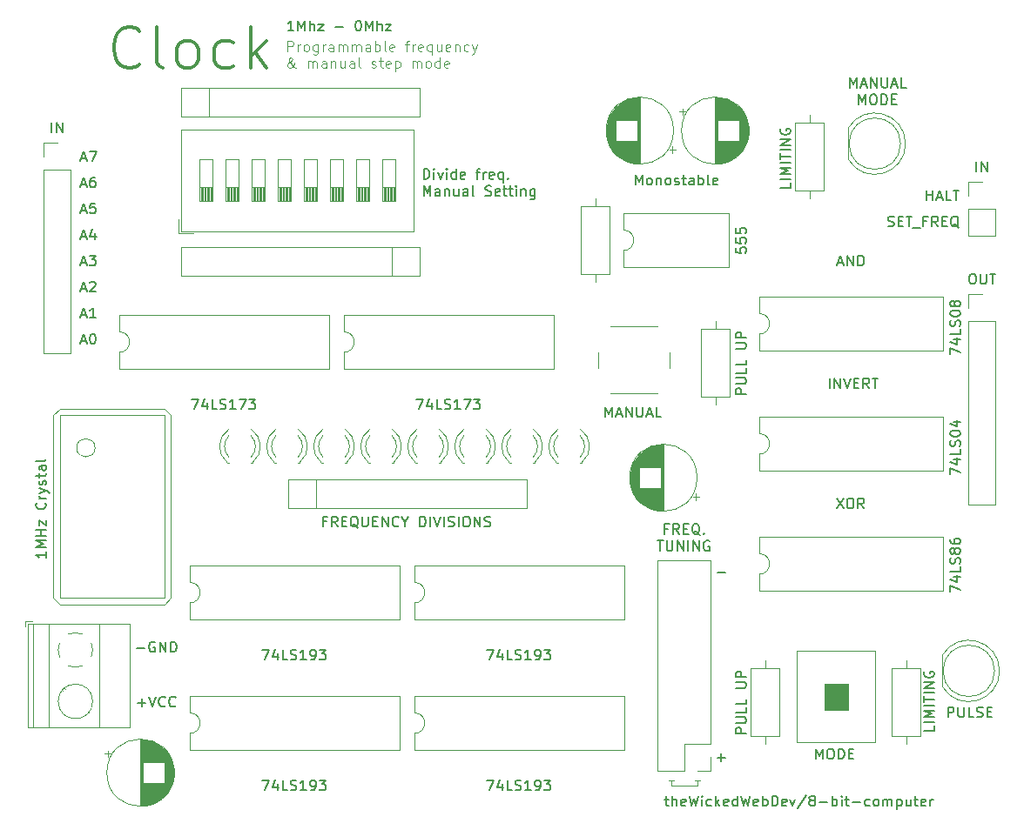
<source format=gbr>
%TF.GenerationSoftware,KiCad,Pcbnew,(5.1.9-0-10_14)*%
%TF.CreationDate,2021-05-17T13:32:26-04:00*%
%TF.ProjectId,CLOCK,434c4f43-4b2e-46b6-9963-61645f706362,rev?*%
%TF.SameCoordinates,Original*%
%TF.FileFunction,Legend,Top*%
%TF.FilePolarity,Positive*%
%FSLAX46Y46*%
G04 Gerber Fmt 4.6, Leading zero omitted, Abs format (unit mm)*
G04 Created by KiCad (PCBNEW (5.1.9-0-10_14)) date 2021-05-17 13:32:26*
%MOMM*%
%LPD*%
G01*
G04 APERTURE LIST*
%ADD10C,0.120000*%
%ADD11C,0.150000*%
%ADD12C,0.100000*%
%ADD13C,0.300000*%
G04 APERTURE END LIST*
D10*
X127000000Y-98806000D02*
X126492000Y-98806000D01*
X126746000Y-99314000D02*
X126746000Y-98806000D01*
X129286000Y-99314000D02*
X126746000Y-99314000D01*
X129286000Y-98806000D02*
X129286000Y-99314000D01*
X129032000Y-98806000D02*
X129540000Y-98806000D01*
D11*
X131236500Y-78557428D02*
X131998404Y-78557428D01*
X131236500Y-96591428D02*
X131998404Y-96591428D01*
X131617452Y-96972380D02*
X131617452Y-96210476D01*
X108837547Y-98766380D02*
X109504214Y-98766380D01*
X109075642Y-99766380D01*
X110313738Y-99099714D02*
X110313738Y-99766380D01*
X110075642Y-98718761D02*
X109837547Y-99433047D01*
X110456595Y-99433047D01*
X111313738Y-99766380D02*
X110837547Y-99766380D01*
X110837547Y-98766380D01*
X111599452Y-99718761D02*
X111742309Y-99766380D01*
X111980404Y-99766380D01*
X112075642Y-99718761D01*
X112123261Y-99671142D01*
X112170880Y-99575904D01*
X112170880Y-99480666D01*
X112123261Y-99385428D01*
X112075642Y-99337809D01*
X111980404Y-99290190D01*
X111789928Y-99242571D01*
X111694690Y-99194952D01*
X111647071Y-99147333D01*
X111599452Y-99052095D01*
X111599452Y-98956857D01*
X111647071Y-98861619D01*
X111694690Y-98814000D01*
X111789928Y-98766380D01*
X112028023Y-98766380D01*
X112170880Y-98814000D01*
X113123261Y-99766380D02*
X112551833Y-99766380D01*
X112837547Y-99766380D02*
X112837547Y-98766380D01*
X112742309Y-98909238D01*
X112647071Y-99004476D01*
X112551833Y-99052095D01*
X113599452Y-99766380D02*
X113789928Y-99766380D01*
X113885166Y-99718761D01*
X113932785Y-99671142D01*
X114028023Y-99528285D01*
X114075642Y-99337809D01*
X114075642Y-98956857D01*
X114028023Y-98861619D01*
X113980404Y-98814000D01*
X113885166Y-98766380D01*
X113694690Y-98766380D01*
X113599452Y-98814000D01*
X113551833Y-98861619D01*
X113504214Y-98956857D01*
X113504214Y-99194952D01*
X113551833Y-99290190D01*
X113599452Y-99337809D01*
X113694690Y-99385428D01*
X113885166Y-99385428D01*
X113980404Y-99337809D01*
X114028023Y-99290190D01*
X114075642Y-99194952D01*
X114408976Y-98766380D02*
X115028023Y-98766380D01*
X114694690Y-99147333D01*
X114837547Y-99147333D01*
X114932785Y-99194952D01*
X114980404Y-99242571D01*
X115028023Y-99337809D01*
X115028023Y-99575904D01*
X114980404Y-99671142D01*
X114932785Y-99718761D01*
X114837547Y-99766380D01*
X114551833Y-99766380D01*
X114456595Y-99718761D01*
X114408976Y-99671142D01*
X86993547Y-98766380D02*
X87660214Y-98766380D01*
X87231642Y-99766380D01*
X88469738Y-99099714D02*
X88469738Y-99766380D01*
X88231642Y-98718761D02*
X87993547Y-99433047D01*
X88612595Y-99433047D01*
X89469738Y-99766380D02*
X88993547Y-99766380D01*
X88993547Y-98766380D01*
X89755452Y-99718761D02*
X89898309Y-99766380D01*
X90136404Y-99766380D01*
X90231642Y-99718761D01*
X90279261Y-99671142D01*
X90326880Y-99575904D01*
X90326880Y-99480666D01*
X90279261Y-99385428D01*
X90231642Y-99337809D01*
X90136404Y-99290190D01*
X89945928Y-99242571D01*
X89850690Y-99194952D01*
X89803071Y-99147333D01*
X89755452Y-99052095D01*
X89755452Y-98956857D01*
X89803071Y-98861619D01*
X89850690Y-98814000D01*
X89945928Y-98766380D01*
X90184023Y-98766380D01*
X90326880Y-98814000D01*
X91279261Y-99766380D02*
X90707833Y-99766380D01*
X90993547Y-99766380D02*
X90993547Y-98766380D01*
X90898309Y-98909238D01*
X90803071Y-99004476D01*
X90707833Y-99052095D01*
X91755452Y-99766380D02*
X91945928Y-99766380D01*
X92041166Y-99718761D01*
X92088785Y-99671142D01*
X92184023Y-99528285D01*
X92231642Y-99337809D01*
X92231642Y-98956857D01*
X92184023Y-98861619D01*
X92136404Y-98814000D01*
X92041166Y-98766380D01*
X91850690Y-98766380D01*
X91755452Y-98814000D01*
X91707833Y-98861619D01*
X91660214Y-98956857D01*
X91660214Y-99194952D01*
X91707833Y-99290190D01*
X91755452Y-99337809D01*
X91850690Y-99385428D01*
X92041166Y-99385428D01*
X92136404Y-99337809D01*
X92184023Y-99290190D01*
X92231642Y-99194952D01*
X92564976Y-98766380D02*
X93184023Y-98766380D01*
X92850690Y-99147333D01*
X92993547Y-99147333D01*
X93088785Y-99194952D01*
X93136404Y-99242571D01*
X93184023Y-99337809D01*
X93184023Y-99575904D01*
X93136404Y-99671142D01*
X93088785Y-99718761D01*
X92993547Y-99766380D01*
X92707833Y-99766380D01*
X92612595Y-99718761D01*
X92564976Y-99671142D01*
X108837547Y-86066380D02*
X109504214Y-86066380D01*
X109075642Y-87066380D01*
X110313738Y-86399714D02*
X110313738Y-87066380D01*
X110075642Y-86018761D02*
X109837547Y-86733047D01*
X110456595Y-86733047D01*
X111313738Y-87066380D02*
X110837547Y-87066380D01*
X110837547Y-86066380D01*
X111599452Y-87018761D02*
X111742309Y-87066380D01*
X111980404Y-87066380D01*
X112075642Y-87018761D01*
X112123261Y-86971142D01*
X112170880Y-86875904D01*
X112170880Y-86780666D01*
X112123261Y-86685428D01*
X112075642Y-86637809D01*
X111980404Y-86590190D01*
X111789928Y-86542571D01*
X111694690Y-86494952D01*
X111647071Y-86447333D01*
X111599452Y-86352095D01*
X111599452Y-86256857D01*
X111647071Y-86161619D01*
X111694690Y-86114000D01*
X111789928Y-86066380D01*
X112028023Y-86066380D01*
X112170880Y-86114000D01*
X113123261Y-87066380D02*
X112551833Y-87066380D01*
X112837547Y-87066380D02*
X112837547Y-86066380D01*
X112742309Y-86209238D01*
X112647071Y-86304476D01*
X112551833Y-86352095D01*
X113599452Y-87066380D02*
X113789928Y-87066380D01*
X113885166Y-87018761D01*
X113932785Y-86971142D01*
X114028023Y-86828285D01*
X114075642Y-86637809D01*
X114075642Y-86256857D01*
X114028023Y-86161619D01*
X113980404Y-86114000D01*
X113885166Y-86066380D01*
X113694690Y-86066380D01*
X113599452Y-86114000D01*
X113551833Y-86161619D01*
X113504214Y-86256857D01*
X113504214Y-86494952D01*
X113551833Y-86590190D01*
X113599452Y-86637809D01*
X113694690Y-86685428D01*
X113885166Y-86685428D01*
X113980404Y-86637809D01*
X114028023Y-86590190D01*
X114075642Y-86494952D01*
X114408976Y-86066380D02*
X115028023Y-86066380D01*
X114694690Y-86447333D01*
X114837547Y-86447333D01*
X114932785Y-86494952D01*
X114980404Y-86542571D01*
X115028023Y-86637809D01*
X115028023Y-86875904D01*
X114980404Y-86971142D01*
X114932785Y-87018761D01*
X114837547Y-87066380D01*
X114551833Y-87066380D01*
X114456595Y-87018761D01*
X114408976Y-86971142D01*
X86993547Y-86066380D02*
X87660214Y-86066380D01*
X87231642Y-87066380D01*
X88469738Y-86399714D02*
X88469738Y-87066380D01*
X88231642Y-86018761D02*
X87993547Y-86733047D01*
X88612595Y-86733047D01*
X89469738Y-87066380D02*
X88993547Y-87066380D01*
X88993547Y-86066380D01*
X89755452Y-87018761D02*
X89898309Y-87066380D01*
X90136404Y-87066380D01*
X90231642Y-87018761D01*
X90279261Y-86971142D01*
X90326880Y-86875904D01*
X90326880Y-86780666D01*
X90279261Y-86685428D01*
X90231642Y-86637809D01*
X90136404Y-86590190D01*
X89945928Y-86542571D01*
X89850690Y-86494952D01*
X89803071Y-86447333D01*
X89755452Y-86352095D01*
X89755452Y-86256857D01*
X89803071Y-86161619D01*
X89850690Y-86114000D01*
X89945928Y-86066380D01*
X90184023Y-86066380D01*
X90326880Y-86114000D01*
X91279261Y-87066380D02*
X90707833Y-87066380D01*
X90993547Y-87066380D02*
X90993547Y-86066380D01*
X90898309Y-86209238D01*
X90803071Y-86304476D01*
X90707833Y-86352095D01*
X91755452Y-87066380D02*
X91945928Y-87066380D01*
X92041166Y-87018761D01*
X92088785Y-86971142D01*
X92184023Y-86828285D01*
X92231642Y-86637809D01*
X92231642Y-86256857D01*
X92184023Y-86161619D01*
X92136404Y-86114000D01*
X92041166Y-86066380D01*
X91850690Y-86066380D01*
X91755452Y-86114000D01*
X91707833Y-86161619D01*
X91660214Y-86256857D01*
X91660214Y-86494952D01*
X91707833Y-86590190D01*
X91755452Y-86637809D01*
X91850690Y-86685428D01*
X92041166Y-86685428D01*
X92136404Y-86637809D01*
X92184023Y-86590190D01*
X92231642Y-86494952D01*
X92564976Y-86066380D02*
X93184023Y-86066380D01*
X92850690Y-86447333D01*
X92993547Y-86447333D01*
X93088785Y-86494952D01*
X93136404Y-86542571D01*
X93184023Y-86637809D01*
X93184023Y-86875904D01*
X93136404Y-86971142D01*
X93088785Y-87018761D01*
X92993547Y-87066380D01*
X92707833Y-87066380D01*
X92612595Y-87018761D01*
X92564976Y-86971142D01*
X101979547Y-61682380D02*
X102646214Y-61682380D01*
X102217642Y-62682380D01*
X103455738Y-62015714D02*
X103455738Y-62682380D01*
X103217642Y-61634761D02*
X102979547Y-62349047D01*
X103598595Y-62349047D01*
X104455738Y-62682380D02*
X103979547Y-62682380D01*
X103979547Y-61682380D01*
X104741452Y-62634761D02*
X104884309Y-62682380D01*
X105122404Y-62682380D01*
X105217642Y-62634761D01*
X105265261Y-62587142D01*
X105312880Y-62491904D01*
X105312880Y-62396666D01*
X105265261Y-62301428D01*
X105217642Y-62253809D01*
X105122404Y-62206190D01*
X104931928Y-62158571D01*
X104836690Y-62110952D01*
X104789071Y-62063333D01*
X104741452Y-61968095D01*
X104741452Y-61872857D01*
X104789071Y-61777619D01*
X104836690Y-61730000D01*
X104931928Y-61682380D01*
X105170023Y-61682380D01*
X105312880Y-61730000D01*
X106265261Y-62682380D02*
X105693833Y-62682380D01*
X105979547Y-62682380D02*
X105979547Y-61682380D01*
X105884309Y-61825238D01*
X105789071Y-61920476D01*
X105693833Y-61968095D01*
X106598595Y-61682380D02*
X107265261Y-61682380D01*
X106836690Y-62682380D01*
X107550976Y-61682380D02*
X108170023Y-61682380D01*
X107836690Y-62063333D01*
X107979547Y-62063333D01*
X108074785Y-62110952D01*
X108122404Y-62158571D01*
X108170023Y-62253809D01*
X108170023Y-62491904D01*
X108122404Y-62587142D01*
X108074785Y-62634761D01*
X107979547Y-62682380D01*
X107693833Y-62682380D01*
X107598595Y-62634761D01*
X107550976Y-62587142D01*
X80135547Y-61682380D02*
X80802214Y-61682380D01*
X80373642Y-62682380D01*
X81611738Y-62015714D02*
X81611738Y-62682380D01*
X81373642Y-61634761D02*
X81135547Y-62349047D01*
X81754595Y-62349047D01*
X82611738Y-62682380D02*
X82135547Y-62682380D01*
X82135547Y-61682380D01*
X82897452Y-62634761D02*
X83040309Y-62682380D01*
X83278404Y-62682380D01*
X83373642Y-62634761D01*
X83421261Y-62587142D01*
X83468880Y-62491904D01*
X83468880Y-62396666D01*
X83421261Y-62301428D01*
X83373642Y-62253809D01*
X83278404Y-62206190D01*
X83087928Y-62158571D01*
X82992690Y-62110952D01*
X82945071Y-62063333D01*
X82897452Y-61968095D01*
X82897452Y-61872857D01*
X82945071Y-61777619D01*
X82992690Y-61730000D01*
X83087928Y-61682380D01*
X83326023Y-61682380D01*
X83468880Y-61730000D01*
X84421261Y-62682380D02*
X83849833Y-62682380D01*
X84135547Y-62682380D02*
X84135547Y-61682380D01*
X84040309Y-61825238D01*
X83945071Y-61920476D01*
X83849833Y-61968095D01*
X84754595Y-61682380D02*
X85421261Y-61682380D01*
X84992690Y-62682380D01*
X85706976Y-61682380D02*
X86326023Y-61682380D01*
X85992690Y-62063333D01*
X86135547Y-62063333D01*
X86230785Y-62110952D01*
X86278404Y-62158571D01*
X86326023Y-62253809D01*
X86326023Y-62491904D01*
X86278404Y-62587142D01*
X86230785Y-62634761D01*
X86135547Y-62682380D01*
X85849833Y-62682380D01*
X85754595Y-62634761D01*
X85706976Y-62587142D01*
X152344380Y-93457690D02*
X152344380Y-93933880D01*
X151344380Y-93933880D01*
X152344380Y-93124357D02*
X151344380Y-93124357D01*
X152344380Y-92648166D02*
X151344380Y-92648166D01*
X152058666Y-92314833D01*
X151344380Y-91981500D01*
X152344380Y-91981500D01*
X152344380Y-91505309D02*
X151344380Y-91505309D01*
X151344380Y-91171976D02*
X151344380Y-90600547D01*
X152344380Y-90886261D02*
X151344380Y-90886261D01*
X152344380Y-90267214D02*
X151344380Y-90267214D01*
X152344380Y-89791023D02*
X151344380Y-89791023D01*
X152344380Y-89219595D01*
X151344380Y-89219595D01*
X151392000Y-88219595D02*
X151344380Y-88314833D01*
X151344380Y-88457690D01*
X151392000Y-88600547D01*
X151487238Y-88695785D01*
X151582476Y-88743404D01*
X151772952Y-88791023D01*
X151915809Y-88791023D01*
X152106285Y-88743404D01*
X152201523Y-88695785D01*
X152296761Y-88600547D01*
X152344380Y-88457690D01*
X152344380Y-88362452D01*
X152296761Y-88219595D01*
X152249142Y-88171976D01*
X151915809Y-88171976D01*
X151915809Y-88362452D01*
X138374380Y-40625690D02*
X138374380Y-41101880D01*
X137374380Y-41101880D01*
X138374380Y-40292357D02*
X137374380Y-40292357D01*
X138374380Y-39816166D02*
X137374380Y-39816166D01*
X138088666Y-39482833D01*
X137374380Y-39149500D01*
X138374380Y-39149500D01*
X138374380Y-38673309D02*
X137374380Y-38673309D01*
X137374380Y-38339976D02*
X137374380Y-37768547D01*
X138374380Y-38054261D02*
X137374380Y-38054261D01*
X138374380Y-37435214D02*
X137374380Y-37435214D01*
X138374380Y-36959023D02*
X137374380Y-36959023D01*
X138374380Y-36387595D01*
X137374380Y-36387595D01*
X137422000Y-35387595D02*
X137374380Y-35482833D01*
X137374380Y-35625690D01*
X137422000Y-35768547D01*
X137517238Y-35863785D01*
X137612476Y-35911404D01*
X137802952Y-35959023D01*
X137945809Y-35959023D01*
X138136285Y-35911404D01*
X138231523Y-35863785D01*
X138326761Y-35768547D01*
X138374380Y-35625690D01*
X138374380Y-35530452D01*
X138326761Y-35387595D01*
X138279142Y-35339976D01*
X137945809Y-35339976D01*
X137945809Y-35530452D01*
X134056380Y-61199595D02*
X133056380Y-61199595D01*
X133056380Y-60818642D01*
X133104000Y-60723404D01*
X133151619Y-60675785D01*
X133246857Y-60628166D01*
X133389714Y-60628166D01*
X133484952Y-60675785D01*
X133532571Y-60723404D01*
X133580190Y-60818642D01*
X133580190Y-61199595D01*
X133056380Y-60199595D02*
X133865904Y-60199595D01*
X133961142Y-60151976D01*
X134008761Y-60104357D01*
X134056380Y-60009119D01*
X134056380Y-59818642D01*
X134008761Y-59723404D01*
X133961142Y-59675785D01*
X133865904Y-59628166D01*
X133056380Y-59628166D01*
X134056380Y-58675785D02*
X134056380Y-59151976D01*
X133056380Y-59151976D01*
X134056380Y-57866261D02*
X134056380Y-58342452D01*
X133056380Y-58342452D01*
X133056380Y-56771023D02*
X133865904Y-56771023D01*
X133961142Y-56723404D01*
X134008761Y-56675785D01*
X134056380Y-56580547D01*
X134056380Y-56390071D01*
X134008761Y-56294833D01*
X133961142Y-56247214D01*
X133865904Y-56199595D01*
X133056380Y-56199595D01*
X134056380Y-55723404D02*
X133056380Y-55723404D01*
X133056380Y-55342452D01*
X133104000Y-55247214D01*
X133151619Y-55199595D01*
X133246857Y-55151976D01*
X133389714Y-55151976D01*
X133484952Y-55199595D01*
X133532571Y-55247214D01*
X133580190Y-55342452D01*
X133580190Y-55723404D01*
X134056380Y-94219595D02*
X133056380Y-94219595D01*
X133056380Y-93838642D01*
X133104000Y-93743404D01*
X133151619Y-93695785D01*
X133246857Y-93648166D01*
X133389714Y-93648166D01*
X133484952Y-93695785D01*
X133532571Y-93743404D01*
X133580190Y-93838642D01*
X133580190Y-94219595D01*
X133056380Y-93219595D02*
X133865904Y-93219595D01*
X133961142Y-93171976D01*
X134008761Y-93124357D01*
X134056380Y-93029119D01*
X134056380Y-92838642D01*
X134008761Y-92743404D01*
X133961142Y-92695785D01*
X133865904Y-92648166D01*
X133056380Y-92648166D01*
X134056380Y-91695785D02*
X134056380Y-92171976D01*
X133056380Y-92171976D01*
X134056380Y-90886261D02*
X134056380Y-91362452D01*
X133056380Y-91362452D01*
X133056380Y-89791023D02*
X133865904Y-89791023D01*
X133961142Y-89743404D01*
X134008761Y-89695785D01*
X134056380Y-89600547D01*
X134056380Y-89410071D01*
X134008761Y-89314833D01*
X133961142Y-89267214D01*
X133865904Y-89219595D01*
X133056380Y-89219595D01*
X134056380Y-88743404D02*
X133056380Y-88743404D01*
X133056380Y-88362452D01*
X133104000Y-88267214D01*
X133151619Y-88219595D01*
X133246857Y-88171976D01*
X133389714Y-88171976D01*
X133484952Y-88219595D01*
X133532571Y-88267214D01*
X133580190Y-88362452D01*
X133580190Y-88743404D01*
X142841357Y-71334380D02*
X143508023Y-72334380D01*
X143508023Y-71334380D02*
X142841357Y-72334380D01*
X144079452Y-71334380D02*
X144269928Y-71334380D01*
X144365166Y-71382000D01*
X144460404Y-71477238D01*
X144508023Y-71667714D01*
X144508023Y-72001047D01*
X144460404Y-72191523D01*
X144365166Y-72286761D01*
X144269928Y-72334380D01*
X144079452Y-72334380D01*
X143984214Y-72286761D01*
X143888976Y-72191523D01*
X143841357Y-72001047D01*
X143841357Y-71667714D01*
X143888976Y-71477238D01*
X143984214Y-71382000D01*
X144079452Y-71334380D01*
X145508023Y-72334380D02*
X145174690Y-71858190D01*
X144936595Y-72334380D02*
X144936595Y-71334380D01*
X145317547Y-71334380D01*
X145412785Y-71382000D01*
X145460404Y-71429619D01*
X145508023Y-71524857D01*
X145508023Y-71667714D01*
X145460404Y-71762952D01*
X145412785Y-71810571D01*
X145317547Y-71858190D01*
X144936595Y-71858190D01*
X142158976Y-60650380D02*
X142158976Y-59650380D01*
X142635166Y-60650380D02*
X142635166Y-59650380D01*
X143206595Y-60650380D01*
X143206595Y-59650380D01*
X143539928Y-59650380D02*
X143873261Y-60650380D01*
X144206595Y-59650380D01*
X144539928Y-60126571D02*
X144873261Y-60126571D01*
X145016119Y-60650380D02*
X144539928Y-60650380D01*
X144539928Y-59650380D01*
X145016119Y-59650380D01*
X146016119Y-60650380D02*
X145682785Y-60174190D01*
X145444690Y-60650380D02*
X145444690Y-59650380D01*
X145825642Y-59650380D01*
X145920880Y-59698000D01*
X145968500Y-59745619D01*
X146016119Y-59840857D01*
X146016119Y-59983714D01*
X145968500Y-60078952D01*
X145920880Y-60126571D01*
X145825642Y-60174190D01*
X145444690Y-60174190D01*
X146301833Y-59650380D02*
X146873261Y-59650380D01*
X146587547Y-60650380D02*
X146587547Y-59650380D01*
X142984214Y-48426666D02*
X143460404Y-48426666D01*
X142888976Y-48712380D02*
X143222309Y-47712380D01*
X143555642Y-48712380D01*
X143888976Y-48712380D02*
X143888976Y-47712380D01*
X144460404Y-48712380D01*
X144460404Y-47712380D01*
X144936595Y-48712380D02*
X144936595Y-47712380D01*
X145174690Y-47712380D01*
X145317547Y-47760000D01*
X145412785Y-47855238D01*
X145460404Y-47950476D01*
X145508023Y-48140952D01*
X145508023Y-48283809D01*
X145460404Y-48474285D01*
X145412785Y-48569523D01*
X145317547Y-48664761D01*
X145174690Y-48712380D01*
X144936595Y-48712380D01*
X153884380Y-80456071D02*
X153884380Y-79789404D01*
X154884380Y-80217976D01*
X154217714Y-78979880D02*
X154884380Y-78979880D01*
X153836761Y-79217976D02*
X154551047Y-79456071D01*
X154551047Y-78837023D01*
X154884380Y-77979880D02*
X154884380Y-78456071D01*
X153884380Y-78456071D01*
X154836761Y-77694166D02*
X154884380Y-77551309D01*
X154884380Y-77313214D01*
X154836761Y-77217976D01*
X154789142Y-77170357D01*
X154693904Y-77122738D01*
X154598666Y-77122738D01*
X154503428Y-77170357D01*
X154455809Y-77217976D01*
X154408190Y-77313214D01*
X154360571Y-77503690D01*
X154312952Y-77598928D01*
X154265333Y-77646547D01*
X154170095Y-77694166D01*
X154074857Y-77694166D01*
X153979619Y-77646547D01*
X153932000Y-77598928D01*
X153884380Y-77503690D01*
X153884380Y-77265595D01*
X153932000Y-77122738D01*
X154312952Y-76551309D02*
X154265333Y-76646547D01*
X154217714Y-76694166D01*
X154122476Y-76741785D01*
X154074857Y-76741785D01*
X153979619Y-76694166D01*
X153932000Y-76646547D01*
X153884380Y-76551309D01*
X153884380Y-76360833D01*
X153932000Y-76265595D01*
X153979619Y-76217976D01*
X154074857Y-76170357D01*
X154122476Y-76170357D01*
X154217714Y-76217976D01*
X154265333Y-76265595D01*
X154312952Y-76360833D01*
X154312952Y-76551309D01*
X154360571Y-76646547D01*
X154408190Y-76694166D01*
X154503428Y-76741785D01*
X154693904Y-76741785D01*
X154789142Y-76694166D01*
X154836761Y-76646547D01*
X154884380Y-76551309D01*
X154884380Y-76360833D01*
X154836761Y-76265595D01*
X154789142Y-76217976D01*
X154693904Y-76170357D01*
X154503428Y-76170357D01*
X154408190Y-76217976D01*
X154360571Y-76265595D01*
X154312952Y-76360833D01*
X153884380Y-75313214D02*
X153884380Y-75503690D01*
X153932000Y-75598928D01*
X153979619Y-75646547D01*
X154122476Y-75741785D01*
X154312952Y-75789404D01*
X154693904Y-75789404D01*
X154789142Y-75741785D01*
X154836761Y-75694166D01*
X154884380Y-75598928D01*
X154884380Y-75408452D01*
X154836761Y-75313214D01*
X154789142Y-75265595D01*
X154693904Y-75217976D01*
X154455809Y-75217976D01*
X154360571Y-75265595D01*
X154312952Y-75313214D01*
X154265333Y-75408452D01*
X154265333Y-75598928D01*
X154312952Y-75694166D01*
X154360571Y-75741785D01*
X154455809Y-75789404D01*
X153884380Y-69026071D02*
X153884380Y-68359404D01*
X154884380Y-68787976D01*
X154217714Y-67549880D02*
X154884380Y-67549880D01*
X153836761Y-67787976D02*
X154551047Y-68026071D01*
X154551047Y-67407023D01*
X154884380Y-66549880D02*
X154884380Y-67026071D01*
X153884380Y-67026071D01*
X154836761Y-66264166D02*
X154884380Y-66121309D01*
X154884380Y-65883214D01*
X154836761Y-65787976D01*
X154789142Y-65740357D01*
X154693904Y-65692738D01*
X154598666Y-65692738D01*
X154503428Y-65740357D01*
X154455809Y-65787976D01*
X154408190Y-65883214D01*
X154360571Y-66073690D01*
X154312952Y-66168928D01*
X154265333Y-66216547D01*
X154170095Y-66264166D01*
X154074857Y-66264166D01*
X153979619Y-66216547D01*
X153932000Y-66168928D01*
X153884380Y-66073690D01*
X153884380Y-65835595D01*
X153932000Y-65692738D01*
X153884380Y-65073690D02*
X153884380Y-64978452D01*
X153932000Y-64883214D01*
X153979619Y-64835595D01*
X154074857Y-64787976D01*
X154265333Y-64740357D01*
X154503428Y-64740357D01*
X154693904Y-64787976D01*
X154789142Y-64835595D01*
X154836761Y-64883214D01*
X154884380Y-64978452D01*
X154884380Y-65073690D01*
X154836761Y-65168928D01*
X154789142Y-65216547D01*
X154693904Y-65264166D01*
X154503428Y-65311785D01*
X154265333Y-65311785D01*
X154074857Y-65264166D01*
X153979619Y-65216547D01*
X153932000Y-65168928D01*
X153884380Y-65073690D01*
X154217714Y-63883214D02*
X154884380Y-63883214D01*
X153836761Y-64121309D02*
X154551047Y-64359404D01*
X154551047Y-63740357D01*
X153884380Y-57342071D02*
X153884380Y-56675404D01*
X154884380Y-57103976D01*
X154217714Y-55865880D02*
X154884380Y-55865880D01*
X153836761Y-56103976D02*
X154551047Y-56342071D01*
X154551047Y-55723023D01*
X154884380Y-54865880D02*
X154884380Y-55342071D01*
X153884380Y-55342071D01*
X154836761Y-54580166D02*
X154884380Y-54437309D01*
X154884380Y-54199214D01*
X154836761Y-54103976D01*
X154789142Y-54056357D01*
X154693904Y-54008738D01*
X154598666Y-54008738D01*
X154503428Y-54056357D01*
X154455809Y-54103976D01*
X154408190Y-54199214D01*
X154360571Y-54389690D01*
X154312952Y-54484928D01*
X154265333Y-54532547D01*
X154170095Y-54580166D01*
X154074857Y-54580166D01*
X153979619Y-54532547D01*
X153932000Y-54484928D01*
X153884380Y-54389690D01*
X153884380Y-54151595D01*
X153932000Y-54008738D01*
X153884380Y-53389690D02*
X153884380Y-53294452D01*
X153932000Y-53199214D01*
X153979619Y-53151595D01*
X154074857Y-53103976D01*
X154265333Y-53056357D01*
X154503428Y-53056357D01*
X154693904Y-53103976D01*
X154789142Y-53151595D01*
X154836761Y-53199214D01*
X154884380Y-53294452D01*
X154884380Y-53389690D01*
X154836761Y-53484928D01*
X154789142Y-53532547D01*
X154693904Y-53580166D01*
X154503428Y-53627785D01*
X154265333Y-53627785D01*
X154074857Y-53580166D01*
X153979619Y-53532547D01*
X153932000Y-53484928D01*
X153884380Y-53389690D01*
X154312952Y-52484928D02*
X154265333Y-52580166D01*
X154217714Y-52627785D01*
X154122476Y-52675404D01*
X154074857Y-52675404D01*
X153979619Y-52627785D01*
X153932000Y-52580166D01*
X153884380Y-52484928D01*
X153884380Y-52294452D01*
X153932000Y-52199214D01*
X153979619Y-52151595D01*
X154074857Y-52103976D01*
X154122476Y-52103976D01*
X154217714Y-52151595D01*
X154265333Y-52199214D01*
X154312952Y-52294452D01*
X154312952Y-52484928D01*
X154360571Y-52580166D01*
X154408190Y-52627785D01*
X154503428Y-52675404D01*
X154693904Y-52675404D01*
X154789142Y-52627785D01*
X154836761Y-52580166D01*
X154884380Y-52484928D01*
X154884380Y-52294452D01*
X154836761Y-52199214D01*
X154789142Y-52151595D01*
X154693904Y-52103976D01*
X154503428Y-52103976D01*
X154408190Y-52151595D01*
X154360571Y-52199214D01*
X154312952Y-52294452D01*
X126444571Y-74287571D02*
X126111238Y-74287571D01*
X126111238Y-74811380D02*
X126111238Y-73811380D01*
X126587428Y-73811380D01*
X127539809Y-74811380D02*
X127206476Y-74335190D01*
X126968380Y-74811380D02*
X126968380Y-73811380D01*
X127349333Y-73811380D01*
X127444571Y-73859000D01*
X127492190Y-73906619D01*
X127539809Y-74001857D01*
X127539809Y-74144714D01*
X127492190Y-74239952D01*
X127444571Y-74287571D01*
X127349333Y-74335190D01*
X126968380Y-74335190D01*
X127968380Y-74287571D02*
X128301714Y-74287571D01*
X128444571Y-74811380D02*
X127968380Y-74811380D01*
X127968380Y-73811380D01*
X128444571Y-73811380D01*
X129539809Y-74906619D02*
X129444571Y-74859000D01*
X129349333Y-74763761D01*
X129206476Y-74620904D01*
X129111238Y-74573285D01*
X129016000Y-74573285D01*
X129063619Y-74811380D02*
X128968380Y-74763761D01*
X128873142Y-74668523D01*
X128825523Y-74478047D01*
X128825523Y-74144714D01*
X128873142Y-73954238D01*
X128968380Y-73859000D01*
X129063619Y-73811380D01*
X129254095Y-73811380D01*
X129349333Y-73859000D01*
X129444571Y-73954238D01*
X129492190Y-74144714D01*
X129492190Y-74478047D01*
X129444571Y-74668523D01*
X129349333Y-74763761D01*
X129254095Y-74811380D01*
X129063619Y-74811380D01*
X129920761Y-74716142D02*
X129968380Y-74763761D01*
X129920761Y-74811380D01*
X129873142Y-74763761D01*
X129920761Y-74716142D01*
X129920761Y-74811380D01*
X125420761Y-75461380D02*
X125992190Y-75461380D01*
X125706476Y-76461380D02*
X125706476Y-75461380D01*
X126325523Y-75461380D02*
X126325523Y-76270904D01*
X126373142Y-76366142D01*
X126420761Y-76413761D01*
X126516000Y-76461380D01*
X126706476Y-76461380D01*
X126801714Y-76413761D01*
X126849333Y-76366142D01*
X126896952Y-76270904D01*
X126896952Y-75461380D01*
X127373142Y-76461380D02*
X127373142Y-75461380D01*
X127944571Y-76461380D01*
X127944571Y-75461380D01*
X128420761Y-76461380D02*
X128420761Y-75461380D01*
X128896952Y-76461380D02*
X128896952Y-75461380D01*
X129468380Y-76461380D01*
X129468380Y-75461380D01*
X130468380Y-75509000D02*
X130373142Y-75461380D01*
X130230285Y-75461380D01*
X130087428Y-75509000D01*
X129992190Y-75604238D01*
X129944571Y-75699476D01*
X129896952Y-75889952D01*
X129896952Y-76032809D01*
X129944571Y-76223285D01*
X129992190Y-76318523D01*
X130087428Y-76413761D01*
X130230285Y-76461380D01*
X130325523Y-76461380D01*
X130468380Y-76413761D01*
X130516000Y-76366142D01*
X130516000Y-76032809D01*
X130325523Y-76032809D01*
X156448190Y-39568380D02*
X156448190Y-38568380D01*
X156924380Y-39568380D02*
X156924380Y-38568380D01*
X157495809Y-39568380D01*
X157495809Y-38568380D01*
X66532190Y-35758380D02*
X66532190Y-34758380D01*
X67008380Y-35758380D02*
X67008380Y-34758380D01*
X67579809Y-35758380D01*
X67579809Y-34758380D01*
X123277809Y-40838380D02*
X123277809Y-39838380D01*
X123611142Y-40552666D01*
X123944476Y-39838380D01*
X123944476Y-40838380D01*
X124563523Y-40838380D02*
X124468285Y-40790761D01*
X124420666Y-40743142D01*
X124373047Y-40647904D01*
X124373047Y-40362190D01*
X124420666Y-40266952D01*
X124468285Y-40219333D01*
X124563523Y-40171714D01*
X124706380Y-40171714D01*
X124801619Y-40219333D01*
X124849238Y-40266952D01*
X124896857Y-40362190D01*
X124896857Y-40647904D01*
X124849238Y-40743142D01*
X124801619Y-40790761D01*
X124706380Y-40838380D01*
X124563523Y-40838380D01*
X125325428Y-40171714D02*
X125325428Y-40838380D01*
X125325428Y-40266952D02*
X125373047Y-40219333D01*
X125468285Y-40171714D01*
X125611142Y-40171714D01*
X125706380Y-40219333D01*
X125754000Y-40314571D01*
X125754000Y-40838380D01*
X126373047Y-40838380D02*
X126277809Y-40790761D01*
X126230190Y-40743142D01*
X126182571Y-40647904D01*
X126182571Y-40362190D01*
X126230190Y-40266952D01*
X126277809Y-40219333D01*
X126373047Y-40171714D01*
X126515904Y-40171714D01*
X126611142Y-40219333D01*
X126658761Y-40266952D01*
X126706380Y-40362190D01*
X126706380Y-40647904D01*
X126658761Y-40743142D01*
X126611142Y-40790761D01*
X126515904Y-40838380D01*
X126373047Y-40838380D01*
X127087333Y-40790761D02*
X127182571Y-40838380D01*
X127373047Y-40838380D01*
X127468285Y-40790761D01*
X127515904Y-40695523D01*
X127515904Y-40647904D01*
X127468285Y-40552666D01*
X127373047Y-40505047D01*
X127230190Y-40505047D01*
X127134952Y-40457428D01*
X127087333Y-40362190D01*
X127087333Y-40314571D01*
X127134952Y-40219333D01*
X127230190Y-40171714D01*
X127373047Y-40171714D01*
X127468285Y-40219333D01*
X127801619Y-40171714D02*
X128182571Y-40171714D01*
X127944476Y-39838380D02*
X127944476Y-40695523D01*
X127992095Y-40790761D01*
X128087333Y-40838380D01*
X128182571Y-40838380D01*
X128944476Y-40838380D02*
X128944476Y-40314571D01*
X128896857Y-40219333D01*
X128801619Y-40171714D01*
X128611142Y-40171714D01*
X128515904Y-40219333D01*
X128944476Y-40790761D02*
X128849238Y-40838380D01*
X128611142Y-40838380D01*
X128515904Y-40790761D01*
X128468285Y-40695523D01*
X128468285Y-40600285D01*
X128515904Y-40505047D01*
X128611142Y-40457428D01*
X128849238Y-40457428D01*
X128944476Y-40409809D01*
X129420666Y-40838380D02*
X129420666Y-39838380D01*
X129420666Y-40219333D02*
X129515904Y-40171714D01*
X129706380Y-40171714D01*
X129801619Y-40219333D01*
X129849238Y-40266952D01*
X129896857Y-40362190D01*
X129896857Y-40647904D01*
X129849238Y-40743142D01*
X129801619Y-40790761D01*
X129706380Y-40838380D01*
X129515904Y-40838380D01*
X129420666Y-40790761D01*
X130468285Y-40838380D02*
X130373047Y-40790761D01*
X130325428Y-40695523D01*
X130325428Y-39838380D01*
X131230190Y-40790761D02*
X131134952Y-40838380D01*
X130944476Y-40838380D01*
X130849238Y-40790761D01*
X130801619Y-40695523D01*
X130801619Y-40314571D01*
X130849238Y-40219333D01*
X130944476Y-40171714D01*
X131134952Y-40171714D01*
X131230190Y-40219333D01*
X131277809Y-40314571D01*
X131277809Y-40409809D01*
X130801619Y-40505047D01*
X102697595Y-40267380D02*
X102697595Y-39267380D01*
X102935690Y-39267380D01*
X103078547Y-39315000D01*
X103173785Y-39410238D01*
X103221404Y-39505476D01*
X103269023Y-39695952D01*
X103269023Y-39838809D01*
X103221404Y-40029285D01*
X103173785Y-40124523D01*
X103078547Y-40219761D01*
X102935690Y-40267380D01*
X102697595Y-40267380D01*
X103697595Y-40267380D02*
X103697595Y-39600714D01*
X103697595Y-39267380D02*
X103649976Y-39315000D01*
X103697595Y-39362619D01*
X103745214Y-39315000D01*
X103697595Y-39267380D01*
X103697595Y-39362619D01*
X104078547Y-39600714D02*
X104316642Y-40267380D01*
X104554738Y-39600714D01*
X104935690Y-40267380D02*
X104935690Y-39600714D01*
X104935690Y-39267380D02*
X104888071Y-39315000D01*
X104935690Y-39362619D01*
X104983309Y-39315000D01*
X104935690Y-39267380D01*
X104935690Y-39362619D01*
X105840452Y-40267380D02*
X105840452Y-39267380D01*
X105840452Y-40219761D02*
X105745214Y-40267380D01*
X105554738Y-40267380D01*
X105459500Y-40219761D01*
X105411880Y-40172142D01*
X105364261Y-40076904D01*
X105364261Y-39791190D01*
X105411880Y-39695952D01*
X105459500Y-39648333D01*
X105554738Y-39600714D01*
X105745214Y-39600714D01*
X105840452Y-39648333D01*
X106697595Y-40219761D02*
X106602357Y-40267380D01*
X106411880Y-40267380D01*
X106316642Y-40219761D01*
X106269023Y-40124523D01*
X106269023Y-39743571D01*
X106316642Y-39648333D01*
X106411880Y-39600714D01*
X106602357Y-39600714D01*
X106697595Y-39648333D01*
X106745214Y-39743571D01*
X106745214Y-39838809D01*
X106269023Y-39934047D01*
X107792833Y-39600714D02*
X108173785Y-39600714D01*
X107935690Y-40267380D02*
X107935690Y-39410238D01*
X107983309Y-39315000D01*
X108078547Y-39267380D01*
X108173785Y-39267380D01*
X108507119Y-40267380D02*
X108507119Y-39600714D01*
X108507119Y-39791190D02*
X108554738Y-39695952D01*
X108602357Y-39648333D01*
X108697595Y-39600714D01*
X108792833Y-39600714D01*
X109507119Y-40219761D02*
X109411880Y-40267380D01*
X109221404Y-40267380D01*
X109126166Y-40219761D01*
X109078547Y-40124523D01*
X109078547Y-39743571D01*
X109126166Y-39648333D01*
X109221404Y-39600714D01*
X109411880Y-39600714D01*
X109507119Y-39648333D01*
X109554738Y-39743571D01*
X109554738Y-39838809D01*
X109078547Y-39934047D01*
X110411880Y-39600714D02*
X110411880Y-40600714D01*
X110411880Y-40219761D02*
X110316642Y-40267380D01*
X110126166Y-40267380D01*
X110030928Y-40219761D01*
X109983309Y-40172142D01*
X109935690Y-40076904D01*
X109935690Y-39791190D01*
X109983309Y-39695952D01*
X110030928Y-39648333D01*
X110126166Y-39600714D01*
X110316642Y-39600714D01*
X110411880Y-39648333D01*
X110888071Y-40172142D02*
X110935690Y-40219761D01*
X110888071Y-40267380D01*
X110840452Y-40219761D01*
X110888071Y-40172142D01*
X110888071Y-40267380D01*
X102697595Y-41917380D02*
X102697595Y-40917380D01*
X103030928Y-41631666D01*
X103364261Y-40917380D01*
X103364261Y-41917380D01*
X104269023Y-41917380D02*
X104269023Y-41393571D01*
X104221404Y-41298333D01*
X104126166Y-41250714D01*
X103935690Y-41250714D01*
X103840452Y-41298333D01*
X104269023Y-41869761D02*
X104173785Y-41917380D01*
X103935690Y-41917380D01*
X103840452Y-41869761D01*
X103792833Y-41774523D01*
X103792833Y-41679285D01*
X103840452Y-41584047D01*
X103935690Y-41536428D01*
X104173785Y-41536428D01*
X104269023Y-41488809D01*
X104745214Y-41250714D02*
X104745214Y-41917380D01*
X104745214Y-41345952D02*
X104792833Y-41298333D01*
X104888071Y-41250714D01*
X105030928Y-41250714D01*
X105126166Y-41298333D01*
X105173785Y-41393571D01*
X105173785Y-41917380D01*
X106078547Y-41250714D02*
X106078547Y-41917380D01*
X105649976Y-41250714D02*
X105649976Y-41774523D01*
X105697595Y-41869761D01*
X105792833Y-41917380D01*
X105935690Y-41917380D01*
X106030928Y-41869761D01*
X106078547Y-41822142D01*
X106983309Y-41917380D02*
X106983309Y-41393571D01*
X106935690Y-41298333D01*
X106840452Y-41250714D01*
X106649976Y-41250714D01*
X106554738Y-41298333D01*
X106983309Y-41869761D02*
X106888071Y-41917380D01*
X106649976Y-41917380D01*
X106554738Y-41869761D01*
X106507119Y-41774523D01*
X106507119Y-41679285D01*
X106554738Y-41584047D01*
X106649976Y-41536428D01*
X106888071Y-41536428D01*
X106983309Y-41488809D01*
X107602357Y-41917380D02*
X107507119Y-41869761D01*
X107459500Y-41774523D01*
X107459500Y-40917380D01*
X108697595Y-41869761D02*
X108840452Y-41917380D01*
X109078547Y-41917380D01*
X109173785Y-41869761D01*
X109221404Y-41822142D01*
X109269023Y-41726904D01*
X109269023Y-41631666D01*
X109221404Y-41536428D01*
X109173785Y-41488809D01*
X109078547Y-41441190D01*
X108888071Y-41393571D01*
X108792833Y-41345952D01*
X108745214Y-41298333D01*
X108697595Y-41203095D01*
X108697595Y-41107857D01*
X108745214Y-41012619D01*
X108792833Y-40965000D01*
X108888071Y-40917380D01*
X109126166Y-40917380D01*
X109269023Y-40965000D01*
X110078547Y-41869761D02*
X109983309Y-41917380D01*
X109792833Y-41917380D01*
X109697595Y-41869761D01*
X109649976Y-41774523D01*
X109649976Y-41393571D01*
X109697595Y-41298333D01*
X109792833Y-41250714D01*
X109983309Y-41250714D01*
X110078547Y-41298333D01*
X110126166Y-41393571D01*
X110126166Y-41488809D01*
X109649976Y-41584047D01*
X110411880Y-41250714D02*
X110792833Y-41250714D01*
X110554738Y-40917380D02*
X110554738Y-41774523D01*
X110602357Y-41869761D01*
X110697595Y-41917380D01*
X110792833Y-41917380D01*
X110983309Y-41250714D02*
X111364261Y-41250714D01*
X111126166Y-40917380D02*
X111126166Y-41774523D01*
X111173785Y-41869761D01*
X111269023Y-41917380D01*
X111364261Y-41917380D01*
X111697595Y-41917380D02*
X111697595Y-41250714D01*
X111697595Y-40917380D02*
X111649976Y-40965000D01*
X111697595Y-41012619D01*
X111745214Y-40965000D01*
X111697595Y-40917380D01*
X111697595Y-41012619D01*
X112173785Y-41250714D02*
X112173785Y-41917380D01*
X112173785Y-41345952D02*
X112221404Y-41298333D01*
X112316642Y-41250714D01*
X112459500Y-41250714D01*
X112554738Y-41298333D01*
X112602357Y-41393571D01*
X112602357Y-41917380D01*
X113507119Y-41250714D02*
X113507119Y-42060238D01*
X113459500Y-42155476D01*
X113411880Y-42203095D01*
X113316642Y-42250714D01*
X113173785Y-42250714D01*
X113078547Y-42203095D01*
X113507119Y-41869761D02*
X113411880Y-41917380D01*
X113221404Y-41917380D01*
X113126166Y-41869761D01*
X113078547Y-41822142D01*
X113030928Y-41726904D01*
X113030928Y-41441190D01*
X113078547Y-41345952D01*
X113126166Y-41298333D01*
X113221404Y-41250714D01*
X113411880Y-41250714D01*
X113507119Y-41298333D01*
X93233642Y-73588571D02*
X92900309Y-73588571D01*
X92900309Y-74112380D02*
X92900309Y-73112380D01*
X93376500Y-73112380D01*
X94328880Y-74112380D02*
X93995547Y-73636190D01*
X93757452Y-74112380D02*
X93757452Y-73112380D01*
X94138404Y-73112380D01*
X94233642Y-73160000D01*
X94281261Y-73207619D01*
X94328880Y-73302857D01*
X94328880Y-73445714D01*
X94281261Y-73540952D01*
X94233642Y-73588571D01*
X94138404Y-73636190D01*
X93757452Y-73636190D01*
X94757452Y-73588571D02*
X95090785Y-73588571D01*
X95233642Y-74112380D02*
X94757452Y-74112380D01*
X94757452Y-73112380D01*
X95233642Y-73112380D01*
X96328880Y-74207619D02*
X96233642Y-74160000D01*
X96138404Y-74064761D01*
X95995547Y-73921904D01*
X95900309Y-73874285D01*
X95805071Y-73874285D01*
X95852690Y-74112380D02*
X95757452Y-74064761D01*
X95662214Y-73969523D01*
X95614595Y-73779047D01*
X95614595Y-73445714D01*
X95662214Y-73255238D01*
X95757452Y-73160000D01*
X95852690Y-73112380D01*
X96043166Y-73112380D01*
X96138404Y-73160000D01*
X96233642Y-73255238D01*
X96281261Y-73445714D01*
X96281261Y-73779047D01*
X96233642Y-73969523D01*
X96138404Y-74064761D01*
X96043166Y-74112380D01*
X95852690Y-74112380D01*
X96709833Y-73112380D02*
X96709833Y-73921904D01*
X96757452Y-74017142D01*
X96805071Y-74064761D01*
X96900309Y-74112380D01*
X97090785Y-74112380D01*
X97186023Y-74064761D01*
X97233642Y-74017142D01*
X97281261Y-73921904D01*
X97281261Y-73112380D01*
X97757452Y-73588571D02*
X98090785Y-73588571D01*
X98233642Y-74112380D02*
X97757452Y-74112380D01*
X97757452Y-73112380D01*
X98233642Y-73112380D01*
X98662214Y-74112380D02*
X98662214Y-73112380D01*
X99233642Y-74112380D01*
X99233642Y-73112380D01*
X100281261Y-74017142D02*
X100233642Y-74064761D01*
X100090785Y-74112380D01*
X99995547Y-74112380D01*
X99852690Y-74064761D01*
X99757452Y-73969523D01*
X99709833Y-73874285D01*
X99662214Y-73683809D01*
X99662214Y-73540952D01*
X99709833Y-73350476D01*
X99757452Y-73255238D01*
X99852690Y-73160000D01*
X99995547Y-73112380D01*
X100090785Y-73112380D01*
X100233642Y-73160000D01*
X100281261Y-73207619D01*
X100900309Y-73636190D02*
X100900309Y-74112380D01*
X100566976Y-73112380D02*
X100900309Y-73636190D01*
X101233642Y-73112380D01*
X102328880Y-74112380D02*
X102328880Y-73112380D01*
X102566976Y-73112380D01*
X102709833Y-73160000D01*
X102805071Y-73255238D01*
X102852690Y-73350476D01*
X102900309Y-73540952D01*
X102900309Y-73683809D01*
X102852690Y-73874285D01*
X102805071Y-73969523D01*
X102709833Y-74064761D01*
X102566976Y-74112380D01*
X102328880Y-74112380D01*
X103328880Y-74112380D02*
X103328880Y-73112380D01*
X103662214Y-73112380D02*
X103995547Y-74112380D01*
X104328880Y-73112380D01*
X104662214Y-74112380D02*
X104662214Y-73112380D01*
X105090785Y-74064761D02*
X105233642Y-74112380D01*
X105471738Y-74112380D01*
X105566976Y-74064761D01*
X105614595Y-74017142D01*
X105662214Y-73921904D01*
X105662214Y-73826666D01*
X105614595Y-73731428D01*
X105566976Y-73683809D01*
X105471738Y-73636190D01*
X105281261Y-73588571D01*
X105186023Y-73540952D01*
X105138404Y-73493333D01*
X105090785Y-73398095D01*
X105090785Y-73302857D01*
X105138404Y-73207619D01*
X105186023Y-73160000D01*
X105281261Y-73112380D01*
X105519357Y-73112380D01*
X105662214Y-73160000D01*
X106090785Y-74112380D02*
X106090785Y-73112380D01*
X106757452Y-73112380D02*
X106947928Y-73112380D01*
X107043166Y-73160000D01*
X107138404Y-73255238D01*
X107186023Y-73445714D01*
X107186023Y-73779047D01*
X107138404Y-73969523D01*
X107043166Y-74064761D01*
X106947928Y-74112380D01*
X106757452Y-74112380D01*
X106662214Y-74064761D01*
X106566976Y-73969523D01*
X106519357Y-73779047D01*
X106519357Y-73445714D01*
X106566976Y-73255238D01*
X106662214Y-73160000D01*
X106757452Y-73112380D01*
X107614595Y-74112380D02*
X107614595Y-73112380D01*
X108186023Y-74112380D01*
X108186023Y-73112380D01*
X108614595Y-74064761D02*
X108757452Y-74112380D01*
X108995547Y-74112380D01*
X109090785Y-74064761D01*
X109138404Y-74017142D01*
X109186023Y-73921904D01*
X109186023Y-73826666D01*
X109138404Y-73731428D01*
X109090785Y-73683809D01*
X108995547Y-73636190D01*
X108805071Y-73588571D01*
X108709833Y-73540952D01*
X108662214Y-73493333D01*
X108614595Y-73398095D01*
X108614595Y-73302857D01*
X108662214Y-73207619D01*
X108709833Y-73160000D01*
X108805071Y-73112380D01*
X109043166Y-73112380D01*
X109186023Y-73160000D01*
X69389714Y-56046666D02*
X69865904Y-56046666D01*
X69294476Y-56332380D02*
X69627809Y-55332380D01*
X69961142Y-56332380D01*
X70484952Y-55332380D02*
X70580190Y-55332380D01*
X70675428Y-55380000D01*
X70723047Y-55427619D01*
X70770666Y-55522857D01*
X70818285Y-55713333D01*
X70818285Y-55951428D01*
X70770666Y-56141904D01*
X70723047Y-56237142D01*
X70675428Y-56284761D01*
X70580190Y-56332380D01*
X70484952Y-56332380D01*
X70389714Y-56284761D01*
X70342095Y-56237142D01*
X70294476Y-56141904D01*
X70246857Y-55951428D01*
X70246857Y-55713333D01*
X70294476Y-55522857D01*
X70342095Y-55427619D01*
X70389714Y-55380000D01*
X70484952Y-55332380D01*
X69389714Y-53506666D02*
X69865904Y-53506666D01*
X69294476Y-53792380D02*
X69627809Y-52792380D01*
X69961142Y-53792380D01*
X70818285Y-53792380D02*
X70246857Y-53792380D01*
X70532571Y-53792380D02*
X70532571Y-52792380D01*
X70437333Y-52935238D01*
X70342095Y-53030476D01*
X70246857Y-53078095D01*
X69389714Y-50966666D02*
X69865904Y-50966666D01*
X69294476Y-51252380D02*
X69627809Y-50252380D01*
X69961142Y-51252380D01*
X70246857Y-50347619D02*
X70294476Y-50300000D01*
X70389714Y-50252380D01*
X70627809Y-50252380D01*
X70723047Y-50300000D01*
X70770666Y-50347619D01*
X70818285Y-50442857D01*
X70818285Y-50538095D01*
X70770666Y-50680952D01*
X70199238Y-51252380D01*
X70818285Y-51252380D01*
X69389714Y-48426666D02*
X69865904Y-48426666D01*
X69294476Y-48712380D02*
X69627809Y-47712380D01*
X69961142Y-48712380D01*
X70199238Y-47712380D02*
X70818285Y-47712380D01*
X70484952Y-48093333D01*
X70627809Y-48093333D01*
X70723047Y-48140952D01*
X70770666Y-48188571D01*
X70818285Y-48283809D01*
X70818285Y-48521904D01*
X70770666Y-48617142D01*
X70723047Y-48664761D01*
X70627809Y-48712380D01*
X70342095Y-48712380D01*
X70246857Y-48664761D01*
X70199238Y-48617142D01*
X69389714Y-45886666D02*
X69865904Y-45886666D01*
X69294476Y-46172380D02*
X69627809Y-45172380D01*
X69961142Y-46172380D01*
X70723047Y-45505714D02*
X70723047Y-46172380D01*
X70484952Y-45124761D02*
X70246857Y-45839047D01*
X70865904Y-45839047D01*
X69389714Y-43346666D02*
X69865904Y-43346666D01*
X69294476Y-43632380D02*
X69627809Y-42632380D01*
X69961142Y-43632380D01*
X70770666Y-42632380D02*
X70294476Y-42632380D01*
X70246857Y-43108571D01*
X70294476Y-43060952D01*
X70389714Y-43013333D01*
X70627809Y-43013333D01*
X70723047Y-43060952D01*
X70770666Y-43108571D01*
X70818285Y-43203809D01*
X70818285Y-43441904D01*
X70770666Y-43537142D01*
X70723047Y-43584761D01*
X70627809Y-43632380D01*
X70389714Y-43632380D01*
X70294476Y-43584761D01*
X70246857Y-43537142D01*
X69389714Y-40806666D02*
X69865904Y-40806666D01*
X69294476Y-41092380D02*
X69627809Y-40092380D01*
X69961142Y-41092380D01*
X70723047Y-40092380D02*
X70532571Y-40092380D01*
X70437333Y-40140000D01*
X70389714Y-40187619D01*
X70294476Y-40330476D01*
X70246857Y-40520952D01*
X70246857Y-40901904D01*
X70294476Y-40997142D01*
X70342095Y-41044761D01*
X70437333Y-41092380D01*
X70627809Y-41092380D01*
X70723047Y-41044761D01*
X70770666Y-40997142D01*
X70818285Y-40901904D01*
X70818285Y-40663809D01*
X70770666Y-40568571D01*
X70723047Y-40520952D01*
X70627809Y-40473333D01*
X70437333Y-40473333D01*
X70342095Y-40520952D01*
X70294476Y-40568571D01*
X70246857Y-40663809D01*
X69389714Y-38266666D02*
X69865904Y-38266666D01*
X69294476Y-38552380D02*
X69627809Y-37552380D01*
X69961142Y-38552380D01*
X70199238Y-37552380D02*
X70865904Y-37552380D01*
X70437333Y-38552380D01*
X90059428Y-25852380D02*
X89488000Y-25852380D01*
X89773714Y-25852380D02*
X89773714Y-24852380D01*
X89678476Y-24995238D01*
X89583238Y-25090476D01*
X89488000Y-25138095D01*
X90488000Y-25852380D02*
X90488000Y-24852380D01*
X90821333Y-25566666D01*
X91154666Y-24852380D01*
X91154666Y-25852380D01*
X91630857Y-25852380D02*
X91630857Y-24852380D01*
X92059428Y-25852380D02*
X92059428Y-25328571D01*
X92011809Y-25233333D01*
X91916571Y-25185714D01*
X91773714Y-25185714D01*
X91678476Y-25233333D01*
X91630857Y-25280952D01*
X92440380Y-25185714D02*
X92964190Y-25185714D01*
X92440380Y-25852380D01*
X92964190Y-25852380D01*
X94107047Y-25471428D02*
X94868952Y-25471428D01*
X96297523Y-24852380D02*
X96392761Y-24852380D01*
X96488000Y-24900000D01*
X96535619Y-24947619D01*
X96583238Y-25042857D01*
X96630857Y-25233333D01*
X96630857Y-25471428D01*
X96583238Y-25661904D01*
X96535619Y-25757142D01*
X96488000Y-25804761D01*
X96392761Y-25852380D01*
X96297523Y-25852380D01*
X96202285Y-25804761D01*
X96154666Y-25757142D01*
X96107047Y-25661904D01*
X96059428Y-25471428D01*
X96059428Y-25233333D01*
X96107047Y-25042857D01*
X96154666Y-24947619D01*
X96202285Y-24900000D01*
X96297523Y-24852380D01*
X97059428Y-25852380D02*
X97059428Y-24852380D01*
X97392761Y-25566666D01*
X97726095Y-24852380D01*
X97726095Y-25852380D01*
X98202285Y-25852380D02*
X98202285Y-24852380D01*
X98630857Y-25852380D02*
X98630857Y-25328571D01*
X98583238Y-25233333D01*
X98488000Y-25185714D01*
X98345142Y-25185714D01*
X98249904Y-25233333D01*
X98202285Y-25280952D01*
X99011809Y-25185714D02*
X99535619Y-25185714D01*
X99011809Y-25852380D01*
X99535619Y-25852380D01*
X126144380Y-100623714D02*
X126525333Y-100623714D01*
X126287238Y-100290380D02*
X126287238Y-101147523D01*
X126334857Y-101242761D01*
X126430095Y-101290380D01*
X126525333Y-101290380D01*
X126858666Y-101290380D02*
X126858666Y-100290380D01*
X127287238Y-101290380D02*
X127287238Y-100766571D01*
X127239619Y-100671333D01*
X127144380Y-100623714D01*
X127001523Y-100623714D01*
X126906285Y-100671333D01*
X126858666Y-100718952D01*
X128144380Y-101242761D02*
X128049142Y-101290380D01*
X127858666Y-101290380D01*
X127763428Y-101242761D01*
X127715809Y-101147523D01*
X127715809Y-100766571D01*
X127763428Y-100671333D01*
X127858666Y-100623714D01*
X128049142Y-100623714D01*
X128144380Y-100671333D01*
X128192000Y-100766571D01*
X128192000Y-100861809D01*
X127715809Y-100957047D01*
X128525333Y-100290380D02*
X128763428Y-101290380D01*
X128953904Y-100576095D01*
X129144380Y-101290380D01*
X129382476Y-100290380D01*
X129763428Y-101290380D02*
X129763428Y-100623714D01*
X129763428Y-100290380D02*
X129715809Y-100338000D01*
X129763428Y-100385619D01*
X129811047Y-100338000D01*
X129763428Y-100290380D01*
X129763428Y-100385619D01*
X130668190Y-101242761D02*
X130572952Y-101290380D01*
X130382476Y-101290380D01*
X130287238Y-101242761D01*
X130239619Y-101195142D01*
X130192000Y-101099904D01*
X130192000Y-100814190D01*
X130239619Y-100718952D01*
X130287238Y-100671333D01*
X130382476Y-100623714D01*
X130572952Y-100623714D01*
X130668190Y-100671333D01*
X131096761Y-101290380D02*
X131096761Y-100290380D01*
X131192000Y-100909428D02*
X131477714Y-101290380D01*
X131477714Y-100623714D02*
X131096761Y-101004666D01*
X132287238Y-101242761D02*
X132192000Y-101290380D01*
X132001523Y-101290380D01*
X131906285Y-101242761D01*
X131858666Y-101147523D01*
X131858666Y-100766571D01*
X131906285Y-100671333D01*
X132001523Y-100623714D01*
X132192000Y-100623714D01*
X132287238Y-100671333D01*
X132334857Y-100766571D01*
X132334857Y-100861809D01*
X131858666Y-100957047D01*
X133192000Y-101290380D02*
X133192000Y-100290380D01*
X133192000Y-101242761D02*
X133096761Y-101290380D01*
X132906285Y-101290380D01*
X132811047Y-101242761D01*
X132763428Y-101195142D01*
X132715809Y-101099904D01*
X132715809Y-100814190D01*
X132763428Y-100718952D01*
X132811047Y-100671333D01*
X132906285Y-100623714D01*
X133096761Y-100623714D01*
X133192000Y-100671333D01*
X133572952Y-100290380D02*
X133811047Y-101290380D01*
X134001523Y-100576095D01*
X134192000Y-101290380D01*
X134430095Y-100290380D01*
X135192000Y-101242761D02*
X135096761Y-101290380D01*
X134906285Y-101290380D01*
X134811047Y-101242761D01*
X134763428Y-101147523D01*
X134763428Y-100766571D01*
X134811047Y-100671333D01*
X134906285Y-100623714D01*
X135096761Y-100623714D01*
X135192000Y-100671333D01*
X135239619Y-100766571D01*
X135239619Y-100861809D01*
X134763428Y-100957047D01*
X135668190Y-101290380D02*
X135668190Y-100290380D01*
X135668190Y-100671333D02*
X135763428Y-100623714D01*
X135953904Y-100623714D01*
X136049142Y-100671333D01*
X136096761Y-100718952D01*
X136144380Y-100814190D01*
X136144380Y-101099904D01*
X136096761Y-101195142D01*
X136049142Y-101242761D01*
X135953904Y-101290380D01*
X135763428Y-101290380D01*
X135668190Y-101242761D01*
X136572952Y-101290380D02*
X136572952Y-100290380D01*
X136811047Y-100290380D01*
X136953904Y-100338000D01*
X137049142Y-100433238D01*
X137096761Y-100528476D01*
X137144380Y-100718952D01*
X137144380Y-100861809D01*
X137096761Y-101052285D01*
X137049142Y-101147523D01*
X136953904Y-101242761D01*
X136811047Y-101290380D01*
X136572952Y-101290380D01*
X137953904Y-101242761D02*
X137858666Y-101290380D01*
X137668190Y-101290380D01*
X137572952Y-101242761D01*
X137525333Y-101147523D01*
X137525333Y-100766571D01*
X137572952Y-100671333D01*
X137668190Y-100623714D01*
X137858666Y-100623714D01*
X137953904Y-100671333D01*
X138001523Y-100766571D01*
X138001523Y-100861809D01*
X137525333Y-100957047D01*
X138334857Y-100623714D02*
X138572952Y-101290380D01*
X138811047Y-100623714D01*
X139906285Y-100242761D02*
X139049142Y-101528476D01*
X140382476Y-100718952D02*
X140287238Y-100671333D01*
X140239619Y-100623714D01*
X140192000Y-100528476D01*
X140192000Y-100480857D01*
X140239619Y-100385619D01*
X140287238Y-100338000D01*
X140382476Y-100290380D01*
X140572952Y-100290380D01*
X140668190Y-100338000D01*
X140715809Y-100385619D01*
X140763428Y-100480857D01*
X140763428Y-100528476D01*
X140715809Y-100623714D01*
X140668190Y-100671333D01*
X140572952Y-100718952D01*
X140382476Y-100718952D01*
X140287238Y-100766571D01*
X140239619Y-100814190D01*
X140192000Y-100909428D01*
X140192000Y-101099904D01*
X140239619Y-101195142D01*
X140287238Y-101242761D01*
X140382476Y-101290380D01*
X140572952Y-101290380D01*
X140668190Y-101242761D01*
X140715809Y-101195142D01*
X140763428Y-101099904D01*
X140763428Y-100909428D01*
X140715809Y-100814190D01*
X140668190Y-100766571D01*
X140572952Y-100718952D01*
X141192000Y-100909428D02*
X141953904Y-100909428D01*
X142430095Y-101290380D02*
X142430095Y-100290380D01*
X142430095Y-100671333D02*
X142525333Y-100623714D01*
X142715809Y-100623714D01*
X142811047Y-100671333D01*
X142858666Y-100718952D01*
X142906285Y-100814190D01*
X142906285Y-101099904D01*
X142858666Y-101195142D01*
X142811047Y-101242761D01*
X142715809Y-101290380D01*
X142525333Y-101290380D01*
X142430095Y-101242761D01*
X143334857Y-101290380D02*
X143334857Y-100623714D01*
X143334857Y-100290380D02*
X143287238Y-100338000D01*
X143334857Y-100385619D01*
X143382476Y-100338000D01*
X143334857Y-100290380D01*
X143334857Y-100385619D01*
X143668190Y-100623714D02*
X144049142Y-100623714D01*
X143811047Y-100290380D02*
X143811047Y-101147523D01*
X143858666Y-101242761D01*
X143953904Y-101290380D01*
X144049142Y-101290380D01*
X144382476Y-100909428D02*
X145144380Y-100909428D01*
X146049142Y-101242761D02*
X145953904Y-101290380D01*
X145763428Y-101290380D01*
X145668190Y-101242761D01*
X145620571Y-101195142D01*
X145572952Y-101099904D01*
X145572952Y-100814190D01*
X145620571Y-100718952D01*
X145668190Y-100671333D01*
X145763428Y-100623714D01*
X145953904Y-100623714D01*
X146049142Y-100671333D01*
X146620571Y-101290380D02*
X146525333Y-101242761D01*
X146477714Y-101195142D01*
X146430095Y-101099904D01*
X146430095Y-100814190D01*
X146477714Y-100718952D01*
X146525333Y-100671333D01*
X146620571Y-100623714D01*
X146763428Y-100623714D01*
X146858666Y-100671333D01*
X146906285Y-100718952D01*
X146953904Y-100814190D01*
X146953904Y-101099904D01*
X146906285Y-101195142D01*
X146858666Y-101242761D01*
X146763428Y-101290380D01*
X146620571Y-101290380D01*
X147382476Y-101290380D02*
X147382476Y-100623714D01*
X147382476Y-100718952D02*
X147430095Y-100671333D01*
X147525333Y-100623714D01*
X147668190Y-100623714D01*
X147763428Y-100671333D01*
X147811047Y-100766571D01*
X147811047Y-101290380D01*
X147811047Y-100766571D02*
X147858666Y-100671333D01*
X147953904Y-100623714D01*
X148096761Y-100623714D01*
X148192000Y-100671333D01*
X148239619Y-100766571D01*
X148239619Y-101290380D01*
X148715809Y-100623714D02*
X148715809Y-101623714D01*
X148715809Y-100671333D02*
X148811047Y-100623714D01*
X149001523Y-100623714D01*
X149096761Y-100671333D01*
X149144380Y-100718952D01*
X149192000Y-100814190D01*
X149192000Y-101099904D01*
X149144380Y-101195142D01*
X149096761Y-101242761D01*
X149001523Y-101290380D01*
X148811047Y-101290380D01*
X148715809Y-101242761D01*
X150049142Y-100623714D02*
X150049142Y-101290380D01*
X149620571Y-100623714D02*
X149620571Y-101147523D01*
X149668190Y-101242761D01*
X149763428Y-101290380D01*
X149906285Y-101290380D01*
X150001523Y-101242761D01*
X150049142Y-101195142D01*
X150382476Y-100623714D02*
X150763428Y-100623714D01*
X150525333Y-100290380D02*
X150525333Y-101147523D01*
X150572952Y-101242761D01*
X150668190Y-101290380D01*
X150763428Y-101290380D01*
X151477714Y-101242761D02*
X151382476Y-101290380D01*
X151191999Y-101290380D01*
X151096761Y-101242761D01*
X151049142Y-101147523D01*
X151049142Y-100766571D01*
X151096761Y-100671333D01*
X151191999Y-100623714D01*
X151382476Y-100623714D01*
X151477714Y-100671333D01*
X151525333Y-100766571D01*
X151525333Y-100861809D01*
X151049142Y-100957047D01*
X151953904Y-101290380D02*
X151953904Y-100623714D01*
X151953904Y-100814190D02*
X152001523Y-100718952D01*
X152049142Y-100671333D01*
X152144380Y-100623714D01*
X152239619Y-100623714D01*
D12*
X89457095Y-27846380D02*
X89457095Y-26846380D01*
X89838047Y-26846380D01*
X89933285Y-26894000D01*
X89980904Y-26941619D01*
X90028523Y-27036857D01*
X90028523Y-27179714D01*
X89980904Y-27274952D01*
X89933285Y-27322571D01*
X89838047Y-27370190D01*
X89457095Y-27370190D01*
X90457095Y-27846380D02*
X90457095Y-27179714D01*
X90457095Y-27370190D02*
X90504714Y-27274952D01*
X90552333Y-27227333D01*
X90647571Y-27179714D01*
X90742809Y-27179714D01*
X91219000Y-27846380D02*
X91123761Y-27798761D01*
X91076142Y-27751142D01*
X91028523Y-27655904D01*
X91028523Y-27370190D01*
X91076142Y-27274952D01*
X91123761Y-27227333D01*
X91219000Y-27179714D01*
X91361857Y-27179714D01*
X91457095Y-27227333D01*
X91504714Y-27274952D01*
X91552333Y-27370190D01*
X91552333Y-27655904D01*
X91504714Y-27751142D01*
X91457095Y-27798761D01*
X91361857Y-27846380D01*
X91219000Y-27846380D01*
X92409476Y-27179714D02*
X92409476Y-27989238D01*
X92361857Y-28084476D01*
X92314238Y-28132095D01*
X92219000Y-28179714D01*
X92076142Y-28179714D01*
X91980904Y-28132095D01*
X92409476Y-27798761D02*
X92314238Y-27846380D01*
X92123761Y-27846380D01*
X92028523Y-27798761D01*
X91980904Y-27751142D01*
X91933285Y-27655904D01*
X91933285Y-27370190D01*
X91980904Y-27274952D01*
X92028523Y-27227333D01*
X92123761Y-27179714D01*
X92314238Y-27179714D01*
X92409476Y-27227333D01*
X92885666Y-27846380D02*
X92885666Y-27179714D01*
X92885666Y-27370190D02*
X92933285Y-27274952D01*
X92980904Y-27227333D01*
X93076142Y-27179714D01*
X93171380Y-27179714D01*
X93933285Y-27846380D02*
X93933285Y-27322571D01*
X93885666Y-27227333D01*
X93790428Y-27179714D01*
X93599952Y-27179714D01*
X93504714Y-27227333D01*
X93933285Y-27798761D02*
X93838047Y-27846380D01*
X93599952Y-27846380D01*
X93504714Y-27798761D01*
X93457095Y-27703523D01*
X93457095Y-27608285D01*
X93504714Y-27513047D01*
X93599952Y-27465428D01*
X93838047Y-27465428D01*
X93933285Y-27417809D01*
X94409476Y-27846380D02*
X94409476Y-27179714D01*
X94409476Y-27274952D02*
X94457095Y-27227333D01*
X94552333Y-27179714D01*
X94695190Y-27179714D01*
X94790428Y-27227333D01*
X94838047Y-27322571D01*
X94838047Y-27846380D01*
X94838047Y-27322571D02*
X94885666Y-27227333D01*
X94980904Y-27179714D01*
X95123761Y-27179714D01*
X95219000Y-27227333D01*
X95266619Y-27322571D01*
X95266619Y-27846380D01*
X95742809Y-27846380D02*
X95742809Y-27179714D01*
X95742809Y-27274952D02*
X95790428Y-27227333D01*
X95885666Y-27179714D01*
X96028523Y-27179714D01*
X96123761Y-27227333D01*
X96171380Y-27322571D01*
X96171380Y-27846380D01*
X96171380Y-27322571D02*
X96219000Y-27227333D01*
X96314238Y-27179714D01*
X96457095Y-27179714D01*
X96552333Y-27227333D01*
X96599952Y-27322571D01*
X96599952Y-27846380D01*
X97504714Y-27846380D02*
X97504714Y-27322571D01*
X97457095Y-27227333D01*
X97361857Y-27179714D01*
X97171380Y-27179714D01*
X97076142Y-27227333D01*
X97504714Y-27798761D02*
X97409476Y-27846380D01*
X97171380Y-27846380D01*
X97076142Y-27798761D01*
X97028523Y-27703523D01*
X97028523Y-27608285D01*
X97076142Y-27513047D01*
X97171380Y-27465428D01*
X97409476Y-27465428D01*
X97504714Y-27417809D01*
X97980904Y-27846380D02*
X97980904Y-26846380D01*
X97980904Y-27227333D02*
X98076142Y-27179714D01*
X98266619Y-27179714D01*
X98361857Y-27227333D01*
X98409476Y-27274952D01*
X98457095Y-27370190D01*
X98457095Y-27655904D01*
X98409476Y-27751142D01*
X98361857Y-27798761D01*
X98266619Y-27846380D01*
X98076142Y-27846380D01*
X97980904Y-27798761D01*
X99028523Y-27846380D02*
X98933285Y-27798761D01*
X98885666Y-27703523D01*
X98885666Y-26846380D01*
X99790428Y-27798761D02*
X99695190Y-27846380D01*
X99504714Y-27846380D01*
X99409476Y-27798761D01*
X99361857Y-27703523D01*
X99361857Y-27322571D01*
X99409476Y-27227333D01*
X99504714Y-27179714D01*
X99695190Y-27179714D01*
X99790428Y-27227333D01*
X99838047Y-27322571D01*
X99838047Y-27417809D01*
X99361857Y-27513047D01*
X100885666Y-27179714D02*
X101266619Y-27179714D01*
X101028523Y-27846380D02*
X101028523Y-26989238D01*
X101076142Y-26894000D01*
X101171380Y-26846380D01*
X101266619Y-26846380D01*
X101599952Y-27846380D02*
X101599952Y-27179714D01*
X101599952Y-27370190D02*
X101647571Y-27274952D01*
X101695190Y-27227333D01*
X101790428Y-27179714D01*
X101885666Y-27179714D01*
X102599952Y-27798761D02*
X102504714Y-27846380D01*
X102314238Y-27846380D01*
X102219000Y-27798761D01*
X102171380Y-27703523D01*
X102171380Y-27322571D01*
X102219000Y-27227333D01*
X102314238Y-27179714D01*
X102504714Y-27179714D01*
X102599952Y-27227333D01*
X102647571Y-27322571D01*
X102647571Y-27417809D01*
X102171380Y-27513047D01*
X103504714Y-27179714D02*
X103504714Y-28179714D01*
X103504714Y-27798761D02*
X103409476Y-27846380D01*
X103219000Y-27846380D01*
X103123761Y-27798761D01*
X103076142Y-27751142D01*
X103028523Y-27655904D01*
X103028523Y-27370190D01*
X103076142Y-27274952D01*
X103123761Y-27227333D01*
X103219000Y-27179714D01*
X103409476Y-27179714D01*
X103504714Y-27227333D01*
X104409476Y-27179714D02*
X104409476Y-27846380D01*
X103980904Y-27179714D02*
X103980904Y-27703523D01*
X104028523Y-27798761D01*
X104123761Y-27846380D01*
X104266619Y-27846380D01*
X104361857Y-27798761D01*
X104409476Y-27751142D01*
X105266619Y-27798761D02*
X105171380Y-27846380D01*
X104980904Y-27846380D01*
X104885666Y-27798761D01*
X104838047Y-27703523D01*
X104838047Y-27322571D01*
X104885666Y-27227333D01*
X104980904Y-27179714D01*
X105171380Y-27179714D01*
X105266619Y-27227333D01*
X105314238Y-27322571D01*
X105314238Y-27417809D01*
X104838047Y-27513047D01*
X105742809Y-27179714D02*
X105742809Y-27846380D01*
X105742809Y-27274952D02*
X105790428Y-27227333D01*
X105885666Y-27179714D01*
X106028523Y-27179714D01*
X106123761Y-27227333D01*
X106171380Y-27322571D01*
X106171380Y-27846380D01*
X107076142Y-27798761D02*
X106980904Y-27846380D01*
X106790428Y-27846380D01*
X106695190Y-27798761D01*
X106647571Y-27751142D01*
X106599952Y-27655904D01*
X106599952Y-27370190D01*
X106647571Y-27274952D01*
X106695190Y-27227333D01*
X106790428Y-27179714D01*
X106980904Y-27179714D01*
X107076142Y-27227333D01*
X107409476Y-27179714D02*
X107647571Y-27846380D01*
X107885666Y-27179714D02*
X107647571Y-27846380D01*
X107552333Y-28084476D01*
X107504714Y-28132095D01*
X107409476Y-28179714D01*
X90266619Y-29446380D02*
X90219000Y-29446380D01*
X90123761Y-29398761D01*
X89980904Y-29255904D01*
X89742809Y-28970190D01*
X89647571Y-28827333D01*
X89599952Y-28684476D01*
X89599952Y-28589238D01*
X89647571Y-28494000D01*
X89742809Y-28446380D01*
X89790428Y-28446380D01*
X89885666Y-28494000D01*
X89933285Y-28589238D01*
X89933285Y-28636857D01*
X89885666Y-28732095D01*
X89838047Y-28779714D01*
X89552333Y-28970190D01*
X89504714Y-29017809D01*
X89457095Y-29113047D01*
X89457095Y-29255904D01*
X89504714Y-29351142D01*
X89552333Y-29398761D01*
X89647571Y-29446380D01*
X89790428Y-29446380D01*
X89885666Y-29398761D01*
X89933285Y-29351142D01*
X90076142Y-29160666D01*
X90123761Y-29017809D01*
X90123761Y-28922571D01*
X91457095Y-29446380D02*
X91457095Y-28779714D01*
X91457095Y-28874952D02*
X91504714Y-28827333D01*
X91599952Y-28779714D01*
X91742809Y-28779714D01*
X91838047Y-28827333D01*
X91885666Y-28922571D01*
X91885666Y-29446380D01*
X91885666Y-28922571D02*
X91933285Y-28827333D01*
X92028523Y-28779714D01*
X92171380Y-28779714D01*
X92266619Y-28827333D01*
X92314238Y-28922571D01*
X92314238Y-29446380D01*
X93219000Y-29446380D02*
X93219000Y-28922571D01*
X93171380Y-28827333D01*
X93076142Y-28779714D01*
X92885666Y-28779714D01*
X92790428Y-28827333D01*
X93219000Y-29398761D02*
X93123761Y-29446380D01*
X92885666Y-29446380D01*
X92790428Y-29398761D01*
X92742809Y-29303523D01*
X92742809Y-29208285D01*
X92790428Y-29113047D01*
X92885666Y-29065428D01*
X93123761Y-29065428D01*
X93219000Y-29017809D01*
X93695190Y-28779714D02*
X93695190Y-29446380D01*
X93695190Y-28874952D02*
X93742809Y-28827333D01*
X93838047Y-28779714D01*
X93980904Y-28779714D01*
X94076142Y-28827333D01*
X94123761Y-28922571D01*
X94123761Y-29446380D01*
X95028523Y-28779714D02*
X95028523Y-29446380D01*
X94599952Y-28779714D02*
X94599952Y-29303523D01*
X94647571Y-29398761D01*
X94742809Y-29446380D01*
X94885666Y-29446380D01*
X94980904Y-29398761D01*
X95028523Y-29351142D01*
X95933285Y-29446380D02*
X95933285Y-28922571D01*
X95885666Y-28827333D01*
X95790428Y-28779714D01*
X95599952Y-28779714D01*
X95504714Y-28827333D01*
X95933285Y-29398761D02*
X95838047Y-29446380D01*
X95599952Y-29446380D01*
X95504714Y-29398761D01*
X95457095Y-29303523D01*
X95457095Y-29208285D01*
X95504714Y-29113047D01*
X95599952Y-29065428D01*
X95838047Y-29065428D01*
X95933285Y-29017809D01*
X96552333Y-29446380D02*
X96457095Y-29398761D01*
X96409476Y-29303523D01*
X96409476Y-28446380D01*
X97647571Y-29398761D02*
X97742809Y-29446380D01*
X97933285Y-29446380D01*
X98028523Y-29398761D01*
X98076142Y-29303523D01*
X98076142Y-29255904D01*
X98028523Y-29160666D01*
X97933285Y-29113047D01*
X97790428Y-29113047D01*
X97695190Y-29065428D01*
X97647571Y-28970190D01*
X97647571Y-28922571D01*
X97695190Y-28827333D01*
X97790428Y-28779714D01*
X97933285Y-28779714D01*
X98028523Y-28827333D01*
X98361857Y-28779714D02*
X98742809Y-28779714D01*
X98504714Y-28446380D02*
X98504714Y-29303523D01*
X98552333Y-29398761D01*
X98647571Y-29446380D01*
X98742809Y-29446380D01*
X99457095Y-29398761D02*
X99361857Y-29446380D01*
X99171380Y-29446380D01*
X99076142Y-29398761D01*
X99028523Y-29303523D01*
X99028523Y-28922571D01*
X99076142Y-28827333D01*
X99171380Y-28779714D01*
X99361857Y-28779714D01*
X99457095Y-28827333D01*
X99504714Y-28922571D01*
X99504714Y-29017809D01*
X99028523Y-29113047D01*
X99933285Y-28779714D02*
X99933285Y-29779714D01*
X99933285Y-28827333D02*
X100028523Y-28779714D01*
X100219000Y-28779714D01*
X100314238Y-28827333D01*
X100361857Y-28874952D01*
X100409476Y-28970190D01*
X100409476Y-29255904D01*
X100361857Y-29351142D01*
X100314238Y-29398761D01*
X100219000Y-29446380D01*
X100028523Y-29446380D01*
X99933285Y-29398761D01*
X101599952Y-29446380D02*
X101599952Y-28779714D01*
X101599952Y-28874952D02*
X101647571Y-28827333D01*
X101742809Y-28779714D01*
X101885666Y-28779714D01*
X101980904Y-28827333D01*
X102028523Y-28922571D01*
X102028523Y-29446380D01*
X102028523Y-28922571D02*
X102076142Y-28827333D01*
X102171380Y-28779714D01*
X102314238Y-28779714D01*
X102409476Y-28827333D01*
X102457095Y-28922571D01*
X102457095Y-29446380D01*
X103076142Y-29446380D02*
X102980904Y-29398761D01*
X102933285Y-29351142D01*
X102885666Y-29255904D01*
X102885666Y-28970190D01*
X102933285Y-28874952D01*
X102980904Y-28827333D01*
X103076142Y-28779714D01*
X103219000Y-28779714D01*
X103314238Y-28827333D01*
X103361857Y-28874952D01*
X103409476Y-28970190D01*
X103409476Y-29255904D01*
X103361857Y-29351142D01*
X103314238Y-29398761D01*
X103219000Y-29446380D01*
X103076142Y-29446380D01*
X104266619Y-29446380D02*
X104266619Y-28446380D01*
X104266619Y-29398761D02*
X104171380Y-29446380D01*
X103980904Y-29446380D01*
X103885666Y-29398761D01*
X103838047Y-29351142D01*
X103790428Y-29255904D01*
X103790428Y-28970190D01*
X103838047Y-28874952D01*
X103885666Y-28827333D01*
X103980904Y-28779714D01*
X104171380Y-28779714D01*
X104266619Y-28827333D01*
X105123761Y-29398761D02*
X105028523Y-29446380D01*
X104838047Y-29446380D01*
X104742809Y-29398761D01*
X104695190Y-29303523D01*
X104695190Y-28922571D01*
X104742809Y-28827333D01*
X104838047Y-28779714D01*
X105028523Y-28779714D01*
X105123761Y-28827333D01*
X105171380Y-28922571D01*
X105171380Y-29017809D01*
X104695190Y-29113047D01*
D13*
X75057619Y-29114571D02*
X74867142Y-29305047D01*
X74295714Y-29495523D01*
X73914761Y-29495523D01*
X73343333Y-29305047D01*
X72962380Y-28924095D01*
X72771904Y-28543142D01*
X72581428Y-27781238D01*
X72581428Y-27209809D01*
X72771904Y-26447904D01*
X72962380Y-26066952D01*
X73343333Y-25686000D01*
X73914761Y-25495523D01*
X74295714Y-25495523D01*
X74867142Y-25686000D01*
X75057619Y-25876476D01*
X77343333Y-29495523D02*
X76962380Y-29305047D01*
X76771904Y-28924095D01*
X76771904Y-25495523D01*
X79438571Y-29495523D02*
X79057619Y-29305047D01*
X78867142Y-29114571D01*
X78676666Y-28733619D01*
X78676666Y-27590761D01*
X78867142Y-27209809D01*
X79057619Y-27019333D01*
X79438571Y-26828857D01*
X80010000Y-26828857D01*
X80390952Y-27019333D01*
X80581428Y-27209809D01*
X80771904Y-27590761D01*
X80771904Y-28733619D01*
X80581428Y-29114571D01*
X80390952Y-29305047D01*
X80010000Y-29495523D01*
X79438571Y-29495523D01*
X84200476Y-29305047D02*
X83819523Y-29495523D01*
X83057619Y-29495523D01*
X82676666Y-29305047D01*
X82486190Y-29114571D01*
X82295714Y-28733619D01*
X82295714Y-27590761D01*
X82486190Y-27209809D01*
X82676666Y-27019333D01*
X83057619Y-26828857D01*
X83819523Y-26828857D01*
X84200476Y-27019333D01*
X85914761Y-29495523D02*
X85914761Y-25495523D01*
X86295714Y-27971714D02*
X87438571Y-29495523D01*
X87438571Y-26828857D02*
X85914761Y-28352666D01*
D11*
X144169142Y-31377380D02*
X144169142Y-30377380D01*
X144502476Y-31091666D01*
X144835809Y-30377380D01*
X144835809Y-31377380D01*
X145264380Y-31091666D02*
X145740571Y-31091666D01*
X145169142Y-31377380D02*
X145502476Y-30377380D01*
X145835809Y-31377380D01*
X146169142Y-31377380D02*
X146169142Y-30377380D01*
X146740571Y-31377380D01*
X146740571Y-30377380D01*
X147216761Y-30377380D02*
X147216761Y-31186904D01*
X147264380Y-31282142D01*
X147312000Y-31329761D01*
X147407238Y-31377380D01*
X147597714Y-31377380D01*
X147692952Y-31329761D01*
X147740571Y-31282142D01*
X147788190Y-31186904D01*
X147788190Y-30377380D01*
X148216761Y-31091666D02*
X148692952Y-31091666D01*
X148121523Y-31377380D02*
X148454857Y-30377380D01*
X148788190Y-31377380D01*
X149597714Y-31377380D02*
X149121523Y-31377380D01*
X149121523Y-30377380D01*
X145002476Y-33027380D02*
X145002476Y-32027380D01*
X145335809Y-32741666D01*
X145669142Y-32027380D01*
X145669142Y-33027380D01*
X146335809Y-32027380D02*
X146526285Y-32027380D01*
X146621523Y-32075000D01*
X146716761Y-32170238D01*
X146764380Y-32360714D01*
X146764380Y-32694047D01*
X146716761Y-32884523D01*
X146621523Y-32979761D01*
X146526285Y-33027380D01*
X146335809Y-33027380D01*
X146240571Y-32979761D01*
X146145333Y-32884523D01*
X146097714Y-32694047D01*
X146097714Y-32360714D01*
X146145333Y-32170238D01*
X146240571Y-32075000D01*
X146335809Y-32027380D01*
X147192952Y-33027380D02*
X147192952Y-32027380D01*
X147431047Y-32027380D01*
X147573904Y-32075000D01*
X147669142Y-32170238D01*
X147716761Y-32265476D01*
X147764380Y-32455952D01*
X147764380Y-32598809D01*
X147716761Y-32789285D01*
X147669142Y-32884523D01*
X147573904Y-32979761D01*
X147431047Y-33027380D01*
X147192952Y-33027380D01*
X148192952Y-32503571D02*
X148526285Y-32503571D01*
X148669142Y-33027380D02*
X148192952Y-33027380D01*
X148192952Y-32027380D01*
X148669142Y-32027380D01*
X74898476Y-91257428D02*
X75660380Y-91257428D01*
X75279428Y-91638380D02*
X75279428Y-90876476D01*
X75993714Y-90638380D02*
X76327047Y-91638380D01*
X76660380Y-90638380D01*
X77565142Y-91543142D02*
X77517523Y-91590761D01*
X77374666Y-91638380D01*
X77279428Y-91638380D01*
X77136571Y-91590761D01*
X77041333Y-91495523D01*
X76993714Y-91400285D01*
X76946095Y-91209809D01*
X76946095Y-91066952D01*
X76993714Y-90876476D01*
X77041333Y-90781238D01*
X77136571Y-90686000D01*
X77279428Y-90638380D01*
X77374666Y-90638380D01*
X77517523Y-90686000D01*
X77565142Y-90733619D01*
X78565142Y-91543142D02*
X78517523Y-91590761D01*
X78374666Y-91638380D01*
X78279428Y-91638380D01*
X78136571Y-91590761D01*
X78041333Y-91495523D01*
X77993714Y-91400285D01*
X77946095Y-91209809D01*
X77946095Y-91066952D01*
X77993714Y-90876476D01*
X78041333Y-90781238D01*
X78136571Y-90686000D01*
X78279428Y-90638380D01*
X78374666Y-90638380D01*
X78517523Y-90686000D01*
X78565142Y-90733619D01*
X74803238Y-85923428D02*
X75565142Y-85923428D01*
X76565142Y-85352000D02*
X76469904Y-85304380D01*
X76327047Y-85304380D01*
X76184190Y-85352000D01*
X76088952Y-85447238D01*
X76041333Y-85542476D01*
X75993714Y-85732952D01*
X75993714Y-85875809D01*
X76041333Y-86066285D01*
X76088952Y-86161523D01*
X76184190Y-86256761D01*
X76327047Y-86304380D01*
X76422285Y-86304380D01*
X76565142Y-86256761D01*
X76612761Y-86209142D01*
X76612761Y-85875809D01*
X76422285Y-85875809D01*
X77041333Y-86304380D02*
X77041333Y-85304380D01*
X77612761Y-86304380D01*
X77612761Y-85304380D01*
X78088952Y-86304380D02*
X78088952Y-85304380D01*
X78327047Y-85304380D01*
X78469904Y-85352000D01*
X78565142Y-85447238D01*
X78612761Y-85542476D01*
X78660380Y-85732952D01*
X78660380Y-85875809D01*
X78612761Y-86066285D01*
X78565142Y-86161523D01*
X78469904Y-86256761D01*
X78327047Y-86304380D01*
X78088952Y-86304380D01*
X133056380Y-46944357D02*
X133056380Y-47420547D01*
X133532571Y-47468166D01*
X133484952Y-47420547D01*
X133437333Y-47325309D01*
X133437333Y-47087214D01*
X133484952Y-46991976D01*
X133532571Y-46944357D01*
X133627809Y-46896738D01*
X133865904Y-46896738D01*
X133961142Y-46944357D01*
X134008761Y-46991976D01*
X134056380Y-47087214D01*
X134056380Y-47325309D01*
X134008761Y-47420547D01*
X133961142Y-47468166D01*
X133056380Y-45991976D02*
X133056380Y-46468166D01*
X133532571Y-46515785D01*
X133484952Y-46468166D01*
X133437333Y-46372928D01*
X133437333Y-46134833D01*
X133484952Y-46039595D01*
X133532571Y-45991976D01*
X133627809Y-45944357D01*
X133865904Y-45944357D01*
X133961142Y-45991976D01*
X134008761Y-46039595D01*
X134056380Y-46134833D01*
X134056380Y-46372928D01*
X134008761Y-46468166D01*
X133961142Y-46515785D01*
X133056380Y-45039595D02*
X133056380Y-45515785D01*
X133532571Y-45563404D01*
X133484952Y-45515785D01*
X133437333Y-45420547D01*
X133437333Y-45182452D01*
X133484952Y-45087214D01*
X133532571Y-45039595D01*
X133627809Y-44991976D01*
X133865904Y-44991976D01*
X133961142Y-45039595D01*
X134008761Y-45087214D01*
X134056380Y-45182452D01*
X134056380Y-45420547D01*
X134008761Y-45515785D01*
X133961142Y-45563404D01*
X155969928Y-49490380D02*
X156160404Y-49490380D01*
X156255642Y-49538000D01*
X156350880Y-49633238D01*
X156398500Y-49823714D01*
X156398500Y-50157047D01*
X156350880Y-50347523D01*
X156255642Y-50442761D01*
X156160404Y-50490380D01*
X155969928Y-50490380D01*
X155874690Y-50442761D01*
X155779452Y-50347523D01*
X155731833Y-50157047D01*
X155731833Y-49823714D01*
X155779452Y-49633238D01*
X155874690Y-49538000D01*
X155969928Y-49490380D01*
X156827071Y-49490380D02*
X156827071Y-50299904D01*
X156874690Y-50395142D01*
X156922309Y-50442761D01*
X157017547Y-50490380D01*
X157208023Y-50490380D01*
X157303261Y-50442761D01*
X157350880Y-50395142D01*
X157398500Y-50299904D01*
X157398500Y-49490380D01*
X157731833Y-49490380D02*
X158303261Y-49490380D01*
X158017547Y-50490380D02*
X158017547Y-49490380D01*
X65984380Y-76550357D02*
X65984380Y-77121785D01*
X65984380Y-76836071D02*
X64984380Y-76836071D01*
X65127238Y-76931309D01*
X65222476Y-77026547D01*
X65270095Y-77121785D01*
X65984380Y-76121785D02*
X64984380Y-76121785D01*
X65698666Y-75788452D01*
X64984380Y-75455119D01*
X65984380Y-75455119D01*
X65984380Y-74978928D02*
X64984380Y-74978928D01*
X65460571Y-74978928D02*
X65460571Y-74407500D01*
X65984380Y-74407500D02*
X64984380Y-74407500D01*
X65317714Y-74026547D02*
X65317714Y-73502738D01*
X65984380Y-74026547D01*
X65984380Y-73502738D01*
X65889142Y-71788452D02*
X65936761Y-71836071D01*
X65984380Y-71978928D01*
X65984380Y-72074166D01*
X65936761Y-72217023D01*
X65841523Y-72312261D01*
X65746285Y-72359880D01*
X65555809Y-72407500D01*
X65412952Y-72407500D01*
X65222476Y-72359880D01*
X65127238Y-72312261D01*
X65032000Y-72217023D01*
X64984380Y-72074166D01*
X64984380Y-71978928D01*
X65032000Y-71836071D01*
X65079619Y-71788452D01*
X65984380Y-71359880D02*
X65317714Y-71359880D01*
X65508190Y-71359880D02*
X65412952Y-71312261D01*
X65365333Y-71264642D01*
X65317714Y-71169404D01*
X65317714Y-71074166D01*
X65317714Y-70836071D02*
X65984380Y-70597976D01*
X65317714Y-70359880D02*
X65984380Y-70597976D01*
X66222476Y-70693214D01*
X66270095Y-70740833D01*
X66317714Y-70836071D01*
X65936761Y-70026547D02*
X65984380Y-69931309D01*
X65984380Y-69740833D01*
X65936761Y-69645595D01*
X65841523Y-69597976D01*
X65793904Y-69597976D01*
X65698666Y-69645595D01*
X65651047Y-69740833D01*
X65651047Y-69883690D01*
X65603428Y-69978928D01*
X65508190Y-70026547D01*
X65460571Y-70026547D01*
X65365333Y-69978928D01*
X65317714Y-69883690D01*
X65317714Y-69740833D01*
X65365333Y-69645595D01*
X65317714Y-69312261D02*
X65317714Y-68931309D01*
X64984380Y-69169404D02*
X65841523Y-69169404D01*
X65936761Y-69121785D01*
X65984380Y-69026547D01*
X65984380Y-68931309D01*
X65984380Y-68169404D02*
X65460571Y-68169404D01*
X65365333Y-68217023D01*
X65317714Y-68312261D01*
X65317714Y-68502738D01*
X65365333Y-68597976D01*
X65936761Y-68169404D02*
X65984380Y-68264642D01*
X65984380Y-68502738D01*
X65936761Y-68597976D01*
X65841523Y-68645595D01*
X65746285Y-68645595D01*
X65651047Y-68597976D01*
X65603428Y-68502738D01*
X65603428Y-68264642D01*
X65555809Y-68169404D01*
X65984380Y-67550357D02*
X65936761Y-67645595D01*
X65841523Y-67693214D01*
X64984380Y-67693214D01*
X153668309Y-92654380D02*
X153668309Y-91654380D01*
X154049261Y-91654380D01*
X154144500Y-91702000D01*
X154192119Y-91749619D01*
X154239738Y-91844857D01*
X154239738Y-91987714D01*
X154192119Y-92082952D01*
X154144500Y-92130571D01*
X154049261Y-92178190D01*
X153668309Y-92178190D01*
X154668309Y-91654380D02*
X154668309Y-92463904D01*
X154715928Y-92559142D01*
X154763547Y-92606761D01*
X154858785Y-92654380D01*
X155049261Y-92654380D01*
X155144500Y-92606761D01*
X155192119Y-92559142D01*
X155239738Y-92463904D01*
X155239738Y-91654380D01*
X156192119Y-92654380D02*
X155715928Y-92654380D01*
X155715928Y-91654380D01*
X156477833Y-92606761D02*
X156620690Y-92654380D01*
X156858785Y-92654380D01*
X156954023Y-92606761D01*
X157001642Y-92559142D01*
X157049261Y-92463904D01*
X157049261Y-92368666D01*
X157001642Y-92273428D01*
X156954023Y-92225809D01*
X156858785Y-92178190D01*
X156668309Y-92130571D01*
X156573071Y-92082952D01*
X156525452Y-92035333D01*
X156477833Y-91940095D01*
X156477833Y-91844857D01*
X156525452Y-91749619D01*
X156573071Y-91702000D01*
X156668309Y-91654380D01*
X156906404Y-91654380D01*
X157049261Y-91702000D01*
X157477833Y-92130571D02*
X157811166Y-92130571D01*
X157954023Y-92654380D02*
X157477833Y-92654380D01*
X157477833Y-91654380D01*
X157954023Y-91654380D01*
X140825357Y-96718380D02*
X140825357Y-95718380D01*
X141158690Y-96432666D01*
X141492023Y-95718380D01*
X141492023Y-96718380D01*
X142158690Y-95718380D02*
X142349166Y-95718380D01*
X142444404Y-95766000D01*
X142539642Y-95861238D01*
X142587261Y-96051714D01*
X142587261Y-96385047D01*
X142539642Y-96575523D01*
X142444404Y-96670761D01*
X142349166Y-96718380D01*
X142158690Y-96718380D01*
X142063452Y-96670761D01*
X141968214Y-96575523D01*
X141920595Y-96385047D01*
X141920595Y-96051714D01*
X141968214Y-95861238D01*
X142063452Y-95766000D01*
X142158690Y-95718380D01*
X143015833Y-96718380D02*
X143015833Y-95718380D01*
X143253928Y-95718380D01*
X143396785Y-95766000D01*
X143492023Y-95861238D01*
X143539642Y-95956476D01*
X143587261Y-96146952D01*
X143587261Y-96289809D01*
X143539642Y-96480285D01*
X143492023Y-96575523D01*
X143396785Y-96670761D01*
X143253928Y-96718380D01*
X143015833Y-96718380D01*
X144015833Y-96194571D02*
X144349166Y-96194571D01*
X144492023Y-96718380D02*
X144015833Y-96718380D01*
X144015833Y-95718380D01*
X144492023Y-95718380D01*
X120362690Y-63444380D02*
X120362690Y-62444380D01*
X120696023Y-63158666D01*
X121029357Y-62444380D01*
X121029357Y-63444380D01*
X121457928Y-63158666D02*
X121934119Y-63158666D01*
X121362690Y-63444380D02*
X121696023Y-62444380D01*
X122029357Y-63444380D01*
X122362690Y-63444380D02*
X122362690Y-62444380D01*
X122934119Y-63444380D01*
X122934119Y-62444380D01*
X123410309Y-62444380D02*
X123410309Y-63253904D01*
X123457928Y-63349142D01*
X123505547Y-63396761D01*
X123600785Y-63444380D01*
X123791261Y-63444380D01*
X123886500Y-63396761D01*
X123934119Y-63349142D01*
X123981738Y-63253904D01*
X123981738Y-62444380D01*
X124410309Y-63158666D02*
X124886500Y-63158666D01*
X124315071Y-63444380D02*
X124648404Y-62444380D01*
X124981738Y-63444380D01*
X125791261Y-63444380D02*
X125315071Y-63444380D01*
X125315071Y-62444380D01*
X147842500Y-44854761D02*
X147985357Y-44902380D01*
X148223452Y-44902380D01*
X148318690Y-44854761D01*
X148366309Y-44807142D01*
X148413928Y-44711904D01*
X148413928Y-44616666D01*
X148366309Y-44521428D01*
X148318690Y-44473809D01*
X148223452Y-44426190D01*
X148032976Y-44378571D01*
X147937738Y-44330952D01*
X147890119Y-44283333D01*
X147842500Y-44188095D01*
X147842500Y-44092857D01*
X147890119Y-43997619D01*
X147937738Y-43950000D01*
X148032976Y-43902380D01*
X148271071Y-43902380D01*
X148413928Y-43950000D01*
X148842500Y-44378571D02*
X149175833Y-44378571D01*
X149318690Y-44902380D02*
X148842500Y-44902380D01*
X148842500Y-43902380D01*
X149318690Y-43902380D01*
X149604404Y-43902380D02*
X150175833Y-43902380D01*
X149890119Y-44902380D02*
X149890119Y-43902380D01*
X150271071Y-44997619D02*
X151032976Y-44997619D01*
X151604404Y-44378571D02*
X151271071Y-44378571D01*
X151271071Y-44902380D02*
X151271071Y-43902380D01*
X151747261Y-43902380D01*
X152699642Y-44902380D02*
X152366309Y-44426190D01*
X152128214Y-44902380D02*
X152128214Y-43902380D01*
X152509166Y-43902380D01*
X152604404Y-43950000D01*
X152652023Y-43997619D01*
X152699642Y-44092857D01*
X152699642Y-44235714D01*
X152652023Y-44330952D01*
X152604404Y-44378571D01*
X152509166Y-44426190D01*
X152128214Y-44426190D01*
X153128214Y-44378571D02*
X153461547Y-44378571D01*
X153604404Y-44902380D02*
X153128214Y-44902380D01*
X153128214Y-43902380D01*
X153604404Y-43902380D01*
X154699642Y-44997619D02*
X154604404Y-44950000D01*
X154509166Y-44854761D01*
X154366309Y-44711904D01*
X154271071Y-44664285D01*
X154175833Y-44664285D01*
X154223452Y-44902380D02*
X154128214Y-44854761D01*
X154032976Y-44759523D01*
X153985357Y-44569047D01*
X153985357Y-44235714D01*
X154032976Y-44045238D01*
X154128214Y-43950000D01*
X154223452Y-43902380D01*
X154413928Y-43902380D01*
X154509166Y-43950000D01*
X154604404Y-44045238D01*
X154652023Y-44235714D01*
X154652023Y-44569047D01*
X154604404Y-44759523D01*
X154509166Y-44854761D01*
X154413928Y-44902380D01*
X154223452Y-44902380D01*
X151604404Y-42362380D02*
X151604404Y-41362380D01*
X151604404Y-41838571D02*
X152175833Y-41838571D01*
X152175833Y-42362380D02*
X152175833Y-41362380D01*
X152604404Y-42076666D02*
X153080595Y-42076666D01*
X152509166Y-42362380D02*
X152842500Y-41362380D01*
X153175833Y-42362380D01*
X153985357Y-42362380D02*
X153509166Y-42362380D01*
X153509166Y-41362380D01*
X154175833Y-41362380D02*
X154747261Y-41362380D01*
X154461547Y-42362380D02*
X154461547Y-41362380D01*
D10*
%TO.C,C4*%
X78434000Y-98044000D02*
G75*
G03*
X78434000Y-98044000I-3270000J0D01*
G01*
X75164000Y-94814000D02*
X75164000Y-101274000D01*
X75204000Y-94814000D02*
X75204000Y-101274000D01*
X75244000Y-94814000D02*
X75244000Y-101274000D01*
X75284000Y-94816000D02*
X75284000Y-101272000D01*
X75324000Y-94817000D02*
X75324000Y-101271000D01*
X75364000Y-94820000D02*
X75364000Y-101268000D01*
X75404000Y-94822000D02*
X75404000Y-97004000D01*
X75404000Y-99084000D02*
X75404000Y-101266000D01*
X75444000Y-94826000D02*
X75444000Y-97004000D01*
X75444000Y-99084000D02*
X75444000Y-101262000D01*
X75484000Y-94829000D02*
X75484000Y-97004000D01*
X75484000Y-99084000D02*
X75484000Y-101259000D01*
X75524000Y-94833000D02*
X75524000Y-97004000D01*
X75524000Y-99084000D02*
X75524000Y-101255000D01*
X75564000Y-94838000D02*
X75564000Y-97004000D01*
X75564000Y-99084000D02*
X75564000Y-101250000D01*
X75604000Y-94843000D02*
X75604000Y-97004000D01*
X75604000Y-99084000D02*
X75604000Y-101245000D01*
X75644000Y-94849000D02*
X75644000Y-97004000D01*
X75644000Y-99084000D02*
X75644000Y-101239000D01*
X75684000Y-94855000D02*
X75684000Y-97004000D01*
X75684000Y-99084000D02*
X75684000Y-101233000D01*
X75724000Y-94862000D02*
X75724000Y-97004000D01*
X75724000Y-99084000D02*
X75724000Y-101226000D01*
X75764000Y-94869000D02*
X75764000Y-97004000D01*
X75764000Y-99084000D02*
X75764000Y-101219000D01*
X75804000Y-94877000D02*
X75804000Y-97004000D01*
X75804000Y-99084000D02*
X75804000Y-101211000D01*
X75844000Y-94885000D02*
X75844000Y-97004000D01*
X75844000Y-99084000D02*
X75844000Y-101203000D01*
X75885000Y-94894000D02*
X75885000Y-97004000D01*
X75885000Y-99084000D02*
X75885000Y-101194000D01*
X75925000Y-94903000D02*
X75925000Y-97004000D01*
X75925000Y-99084000D02*
X75925000Y-101185000D01*
X75965000Y-94913000D02*
X75965000Y-97004000D01*
X75965000Y-99084000D02*
X75965000Y-101175000D01*
X76005000Y-94923000D02*
X76005000Y-97004000D01*
X76005000Y-99084000D02*
X76005000Y-101165000D01*
X76045000Y-94934000D02*
X76045000Y-97004000D01*
X76045000Y-99084000D02*
X76045000Y-101154000D01*
X76085000Y-94946000D02*
X76085000Y-97004000D01*
X76085000Y-99084000D02*
X76085000Y-101142000D01*
X76125000Y-94958000D02*
X76125000Y-97004000D01*
X76125000Y-99084000D02*
X76125000Y-101130000D01*
X76165000Y-94970000D02*
X76165000Y-97004000D01*
X76165000Y-99084000D02*
X76165000Y-101118000D01*
X76205000Y-94983000D02*
X76205000Y-97004000D01*
X76205000Y-99084000D02*
X76205000Y-101105000D01*
X76245000Y-94997000D02*
X76245000Y-97004000D01*
X76245000Y-99084000D02*
X76245000Y-101091000D01*
X76285000Y-95011000D02*
X76285000Y-97004000D01*
X76285000Y-99084000D02*
X76285000Y-101077000D01*
X76325000Y-95026000D02*
X76325000Y-97004000D01*
X76325000Y-99084000D02*
X76325000Y-101062000D01*
X76365000Y-95042000D02*
X76365000Y-97004000D01*
X76365000Y-99084000D02*
X76365000Y-101046000D01*
X76405000Y-95058000D02*
X76405000Y-97004000D01*
X76405000Y-99084000D02*
X76405000Y-101030000D01*
X76445000Y-95074000D02*
X76445000Y-97004000D01*
X76445000Y-99084000D02*
X76445000Y-101014000D01*
X76485000Y-95092000D02*
X76485000Y-97004000D01*
X76485000Y-99084000D02*
X76485000Y-100996000D01*
X76525000Y-95110000D02*
X76525000Y-97004000D01*
X76525000Y-99084000D02*
X76525000Y-100978000D01*
X76565000Y-95128000D02*
X76565000Y-97004000D01*
X76565000Y-99084000D02*
X76565000Y-100960000D01*
X76605000Y-95148000D02*
X76605000Y-97004000D01*
X76605000Y-99084000D02*
X76605000Y-100940000D01*
X76645000Y-95168000D02*
X76645000Y-97004000D01*
X76645000Y-99084000D02*
X76645000Y-100920000D01*
X76685000Y-95188000D02*
X76685000Y-97004000D01*
X76685000Y-99084000D02*
X76685000Y-100900000D01*
X76725000Y-95210000D02*
X76725000Y-97004000D01*
X76725000Y-99084000D02*
X76725000Y-100878000D01*
X76765000Y-95232000D02*
X76765000Y-97004000D01*
X76765000Y-99084000D02*
X76765000Y-100856000D01*
X76805000Y-95254000D02*
X76805000Y-97004000D01*
X76805000Y-99084000D02*
X76805000Y-100834000D01*
X76845000Y-95278000D02*
X76845000Y-97004000D01*
X76845000Y-99084000D02*
X76845000Y-100810000D01*
X76885000Y-95302000D02*
X76885000Y-97004000D01*
X76885000Y-99084000D02*
X76885000Y-100786000D01*
X76925000Y-95328000D02*
X76925000Y-97004000D01*
X76925000Y-99084000D02*
X76925000Y-100760000D01*
X76965000Y-95354000D02*
X76965000Y-97004000D01*
X76965000Y-99084000D02*
X76965000Y-100734000D01*
X77005000Y-95380000D02*
X77005000Y-97004000D01*
X77005000Y-99084000D02*
X77005000Y-100708000D01*
X77045000Y-95408000D02*
X77045000Y-97004000D01*
X77045000Y-99084000D02*
X77045000Y-100680000D01*
X77085000Y-95437000D02*
X77085000Y-97004000D01*
X77085000Y-99084000D02*
X77085000Y-100651000D01*
X77125000Y-95466000D02*
X77125000Y-97004000D01*
X77125000Y-99084000D02*
X77125000Y-100622000D01*
X77165000Y-95496000D02*
X77165000Y-97004000D01*
X77165000Y-99084000D02*
X77165000Y-100592000D01*
X77205000Y-95528000D02*
X77205000Y-97004000D01*
X77205000Y-99084000D02*
X77205000Y-100560000D01*
X77245000Y-95560000D02*
X77245000Y-97004000D01*
X77245000Y-99084000D02*
X77245000Y-100528000D01*
X77285000Y-95594000D02*
X77285000Y-97004000D01*
X77285000Y-99084000D02*
X77285000Y-100494000D01*
X77325000Y-95628000D02*
X77325000Y-97004000D01*
X77325000Y-99084000D02*
X77325000Y-100460000D01*
X77365000Y-95664000D02*
X77365000Y-97004000D01*
X77365000Y-99084000D02*
X77365000Y-100424000D01*
X77405000Y-95701000D02*
X77405000Y-97004000D01*
X77405000Y-99084000D02*
X77405000Y-100387000D01*
X77445000Y-95739000D02*
X77445000Y-97004000D01*
X77445000Y-99084000D02*
X77445000Y-100349000D01*
X77485000Y-95779000D02*
X77485000Y-100309000D01*
X77525000Y-95820000D02*
X77525000Y-100268000D01*
X77565000Y-95862000D02*
X77565000Y-100226000D01*
X77605000Y-95907000D02*
X77605000Y-100181000D01*
X77645000Y-95952000D02*
X77645000Y-100136000D01*
X77685000Y-96000000D02*
X77685000Y-100088000D01*
X77725000Y-96049000D02*
X77725000Y-100039000D01*
X77765000Y-96100000D02*
X77765000Y-99988000D01*
X77805000Y-96154000D02*
X77805000Y-99934000D01*
X77845000Y-96210000D02*
X77845000Y-99878000D01*
X77885000Y-96268000D02*
X77885000Y-99820000D01*
X77925000Y-96330000D02*
X77925000Y-99758000D01*
X77965000Y-96394000D02*
X77965000Y-99694000D01*
X78005000Y-96463000D02*
X78005000Y-99625000D01*
X78045000Y-96535000D02*
X78045000Y-99553000D01*
X78085000Y-96612000D02*
X78085000Y-99476000D01*
X78125000Y-96694000D02*
X78125000Y-99394000D01*
X78165000Y-96782000D02*
X78165000Y-99306000D01*
X78205000Y-96879000D02*
X78205000Y-99209000D01*
X78245000Y-96985000D02*
X78245000Y-99103000D01*
X78285000Y-97104000D02*
X78285000Y-98984000D01*
X78325000Y-97242000D02*
X78325000Y-98846000D01*
X78365000Y-97411000D02*
X78365000Y-98677000D01*
X78405000Y-97642000D02*
X78405000Y-98446000D01*
X71663759Y-96205000D02*
X72293759Y-96205000D01*
X71978759Y-95890000D02*
X71978759Y-96520000D01*
%TO.C,C3*%
X129274000Y-69342000D02*
G75*
G03*
X129274000Y-69342000I-3270000J0D01*
G01*
X126004000Y-72572000D02*
X126004000Y-66112000D01*
X125964000Y-72572000D02*
X125964000Y-66112000D01*
X125924000Y-72572000D02*
X125924000Y-66112000D01*
X125884000Y-72570000D02*
X125884000Y-66114000D01*
X125844000Y-72569000D02*
X125844000Y-66115000D01*
X125804000Y-72566000D02*
X125804000Y-66118000D01*
X125764000Y-72564000D02*
X125764000Y-70382000D01*
X125764000Y-68302000D02*
X125764000Y-66120000D01*
X125724000Y-72560000D02*
X125724000Y-70382000D01*
X125724000Y-68302000D02*
X125724000Y-66124000D01*
X125684000Y-72557000D02*
X125684000Y-70382000D01*
X125684000Y-68302000D02*
X125684000Y-66127000D01*
X125644000Y-72553000D02*
X125644000Y-70382000D01*
X125644000Y-68302000D02*
X125644000Y-66131000D01*
X125604000Y-72548000D02*
X125604000Y-70382000D01*
X125604000Y-68302000D02*
X125604000Y-66136000D01*
X125564000Y-72543000D02*
X125564000Y-70382000D01*
X125564000Y-68302000D02*
X125564000Y-66141000D01*
X125524000Y-72537000D02*
X125524000Y-70382000D01*
X125524000Y-68302000D02*
X125524000Y-66147000D01*
X125484000Y-72531000D02*
X125484000Y-70382000D01*
X125484000Y-68302000D02*
X125484000Y-66153000D01*
X125444000Y-72524000D02*
X125444000Y-70382000D01*
X125444000Y-68302000D02*
X125444000Y-66160000D01*
X125404000Y-72517000D02*
X125404000Y-70382000D01*
X125404000Y-68302000D02*
X125404000Y-66167000D01*
X125364000Y-72509000D02*
X125364000Y-70382000D01*
X125364000Y-68302000D02*
X125364000Y-66175000D01*
X125324000Y-72501000D02*
X125324000Y-70382000D01*
X125324000Y-68302000D02*
X125324000Y-66183000D01*
X125283000Y-72492000D02*
X125283000Y-70382000D01*
X125283000Y-68302000D02*
X125283000Y-66192000D01*
X125243000Y-72483000D02*
X125243000Y-70382000D01*
X125243000Y-68302000D02*
X125243000Y-66201000D01*
X125203000Y-72473000D02*
X125203000Y-70382000D01*
X125203000Y-68302000D02*
X125203000Y-66211000D01*
X125163000Y-72463000D02*
X125163000Y-70382000D01*
X125163000Y-68302000D02*
X125163000Y-66221000D01*
X125123000Y-72452000D02*
X125123000Y-70382000D01*
X125123000Y-68302000D02*
X125123000Y-66232000D01*
X125083000Y-72440000D02*
X125083000Y-70382000D01*
X125083000Y-68302000D02*
X125083000Y-66244000D01*
X125043000Y-72428000D02*
X125043000Y-70382000D01*
X125043000Y-68302000D02*
X125043000Y-66256000D01*
X125003000Y-72416000D02*
X125003000Y-70382000D01*
X125003000Y-68302000D02*
X125003000Y-66268000D01*
X124963000Y-72403000D02*
X124963000Y-70382000D01*
X124963000Y-68302000D02*
X124963000Y-66281000D01*
X124923000Y-72389000D02*
X124923000Y-70382000D01*
X124923000Y-68302000D02*
X124923000Y-66295000D01*
X124883000Y-72375000D02*
X124883000Y-70382000D01*
X124883000Y-68302000D02*
X124883000Y-66309000D01*
X124843000Y-72360000D02*
X124843000Y-70382000D01*
X124843000Y-68302000D02*
X124843000Y-66324000D01*
X124803000Y-72344000D02*
X124803000Y-70382000D01*
X124803000Y-68302000D02*
X124803000Y-66340000D01*
X124763000Y-72328000D02*
X124763000Y-70382000D01*
X124763000Y-68302000D02*
X124763000Y-66356000D01*
X124723000Y-72312000D02*
X124723000Y-70382000D01*
X124723000Y-68302000D02*
X124723000Y-66372000D01*
X124683000Y-72294000D02*
X124683000Y-70382000D01*
X124683000Y-68302000D02*
X124683000Y-66390000D01*
X124643000Y-72276000D02*
X124643000Y-70382000D01*
X124643000Y-68302000D02*
X124643000Y-66408000D01*
X124603000Y-72258000D02*
X124603000Y-70382000D01*
X124603000Y-68302000D02*
X124603000Y-66426000D01*
X124563000Y-72238000D02*
X124563000Y-70382000D01*
X124563000Y-68302000D02*
X124563000Y-66446000D01*
X124523000Y-72218000D02*
X124523000Y-70382000D01*
X124523000Y-68302000D02*
X124523000Y-66466000D01*
X124483000Y-72198000D02*
X124483000Y-70382000D01*
X124483000Y-68302000D02*
X124483000Y-66486000D01*
X124443000Y-72176000D02*
X124443000Y-70382000D01*
X124443000Y-68302000D02*
X124443000Y-66508000D01*
X124403000Y-72154000D02*
X124403000Y-70382000D01*
X124403000Y-68302000D02*
X124403000Y-66530000D01*
X124363000Y-72132000D02*
X124363000Y-70382000D01*
X124363000Y-68302000D02*
X124363000Y-66552000D01*
X124323000Y-72108000D02*
X124323000Y-70382000D01*
X124323000Y-68302000D02*
X124323000Y-66576000D01*
X124283000Y-72084000D02*
X124283000Y-70382000D01*
X124283000Y-68302000D02*
X124283000Y-66600000D01*
X124243000Y-72058000D02*
X124243000Y-70382000D01*
X124243000Y-68302000D02*
X124243000Y-66626000D01*
X124203000Y-72032000D02*
X124203000Y-70382000D01*
X124203000Y-68302000D02*
X124203000Y-66652000D01*
X124163000Y-72006000D02*
X124163000Y-70382000D01*
X124163000Y-68302000D02*
X124163000Y-66678000D01*
X124123000Y-71978000D02*
X124123000Y-70382000D01*
X124123000Y-68302000D02*
X124123000Y-66706000D01*
X124083000Y-71949000D02*
X124083000Y-70382000D01*
X124083000Y-68302000D02*
X124083000Y-66735000D01*
X124043000Y-71920000D02*
X124043000Y-70382000D01*
X124043000Y-68302000D02*
X124043000Y-66764000D01*
X124003000Y-71890000D02*
X124003000Y-70382000D01*
X124003000Y-68302000D02*
X124003000Y-66794000D01*
X123963000Y-71858000D02*
X123963000Y-70382000D01*
X123963000Y-68302000D02*
X123963000Y-66826000D01*
X123923000Y-71826000D02*
X123923000Y-70382000D01*
X123923000Y-68302000D02*
X123923000Y-66858000D01*
X123883000Y-71792000D02*
X123883000Y-70382000D01*
X123883000Y-68302000D02*
X123883000Y-66892000D01*
X123843000Y-71758000D02*
X123843000Y-70382000D01*
X123843000Y-68302000D02*
X123843000Y-66926000D01*
X123803000Y-71722000D02*
X123803000Y-70382000D01*
X123803000Y-68302000D02*
X123803000Y-66962000D01*
X123763000Y-71685000D02*
X123763000Y-70382000D01*
X123763000Y-68302000D02*
X123763000Y-66999000D01*
X123723000Y-71647000D02*
X123723000Y-70382000D01*
X123723000Y-68302000D02*
X123723000Y-67037000D01*
X123683000Y-71607000D02*
X123683000Y-67077000D01*
X123643000Y-71566000D02*
X123643000Y-67118000D01*
X123603000Y-71524000D02*
X123603000Y-67160000D01*
X123563000Y-71479000D02*
X123563000Y-67205000D01*
X123523000Y-71434000D02*
X123523000Y-67250000D01*
X123483000Y-71386000D02*
X123483000Y-67298000D01*
X123443000Y-71337000D02*
X123443000Y-67347000D01*
X123403000Y-71286000D02*
X123403000Y-67398000D01*
X123363000Y-71232000D02*
X123363000Y-67452000D01*
X123323000Y-71176000D02*
X123323000Y-67508000D01*
X123283000Y-71118000D02*
X123283000Y-67566000D01*
X123243000Y-71056000D02*
X123243000Y-67628000D01*
X123203000Y-70992000D02*
X123203000Y-67692000D01*
X123163000Y-70923000D02*
X123163000Y-67761000D01*
X123123000Y-70851000D02*
X123123000Y-67833000D01*
X123083000Y-70774000D02*
X123083000Y-67910000D01*
X123043000Y-70692000D02*
X123043000Y-67992000D01*
X123003000Y-70604000D02*
X123003000Y-68080000D01*
X122963000Y-70507000D02*
X122963000Y-68177000D01*
X122923000Y-70401000D02*
X122923000Y-68283000D01*
X122883000Y-70282000D02*
X122883000Y-68402000D01*
X122843000Y-70144000D02*
X122843000Y-68540000D01*
X122803000Y-69975000D02*
X122803000Y-68709000D01*
X122763000Y-69744000D02*
X122763000Y-68940000D01*
X129504241Y-71181000D02*
X128874241Y-71181000D01*
X129189241Y-71496000D02*
X129189241Y-70866000D01*
%TO.C,U11*%
X94936000Y-55134000D02*
G75*
G02*
X94936000Y-57134000I0J-1000000D01*
G01*
X94936000Y-57134000D02*
X94936000Y-58784000D01*
X94936000Y-58784000D02*
X115376000Y-58784000D01*
X115376000Y-58784000D02*
X115376000Y-53484000D01*
X115376000Y-53484000D02*
X94936000Y-53484000D01*
X94936000Y-53484000D02*
X94936000Y-55134000D01*
%TO.C,U10*%
X135322000Y-76724000D02*
G75*
G02*
X135322000Y-78724000I0J-1000000D01*
G01*
X135322000Y-78724000D02*
X135322000Y-80374000D01*
X135322000Y-80374000D02*
X153222000Y-80374000D01*
X153222000Y-80374000D02*
X153222000Y-75074000D01*
X153222000Y-75074000D02*
X135322000Y-75074000D01*
X135322000Y-75074000D02*
X135322000Y-76724000D01*
%TO.C,U9*%
X135322000Y-53356000D02*
G75*
G02*
X135322000Y-55356000I0J-1000000D01*
G01*
X135322000Y-55356000D02*
X135322000Y-57006000D01*
X135322000Y-57006000D02*
X153222000Y-57006000D01*
X153222000Y-57006000D02*
X153222000Y-51706000D01*
X153222000Y-51706000D02*
X135322000Y-51706000D01*
X135322000Y-51706000D02*
X135322000Y-53356000D01*
%TO.C,U8*%
X135322000Y-65040000D02*
G75*
G02*
X135322000Y-67040000I0J-1000000D01*
G01*
X135322000Y-67040000D02*
X135322000Y-68690000D01*
X135322000Y-68690000D02*
X153222000Y-68690000D01*
X153222000Y-68690000D02*
X153222000Y-63390000D01*
X153222000Y-63390000D02*
X135322000Y-63390000D01*
X135322000Y-63390000D02*
X135322000Y-65040000D01*
%TO.C,U7*%
X122114000Y-45228000D02*
G75*
G02*
X122114000Y-47228000I0J-1000000D01*
G01*
X122114000Y-47228000D02*
X122114000Y-48878000D01*
X122114000Y-48878000D02*
X132394000Y-48878000D01*
X132394000Y-48878000D02*
X132394000Y-43578000D01*
X132394000Y-43578000D02*
X122114000Y-43578000D01*
X122114000Y-43578000D02*
X122114000Y-45228000D01*
%TO.C,U6*%
X79950000Y-92218000D02*
G75*
G02*
X79950000Y-94218000I0J-1000000D01*
G01*
X79950000Y-94218000D02*
X79950000Y-95868000D01*
X79950000Y-95868000D02*
X100390000Y-95868000D01*
X100390000Y-95868000D02*
X100390000Y-90568000D01*
X100390000Y-90568000D02*
X79950000Y-90568000D01*
X79950000Y-90568000D02*
X79950000Y-92218000D01*
%TO.C,U5*%
X101794000Y-92218000D02*
G75*
G02*
X101794000Y-94218000I0J-1000000D01*
G01*
X101794000Y-94218000D02*
X101794000Y-95868000D01*
X101794000Y-95868000D02*
X122234000Y-95868000D01*
X122234000Y-95868000D02*
X122234000Y-90568000D01*
X122234000Y-90568000D02*
X101794000Y-90568000D01*
X101794000Y-90568000D02*
X101794000Y-92218000D01*
%TO.C,U4*%
X101794000Y-79518000D02*
G75*
G02*
X101794000Y-81518000I0J-1000000D01*
G01*
X101794000Y-81518000D02*
X101794000Y-83168000D01*
X101794000Y-83168000D02*
X122234000Y-83168000D01*
X122234000Y-83168000D02*
X122234000Y-77868000D01*
X122234000Y-77868000D02*
X101794000Y-77868000D01*
X101794000Y-77868000D02*
X101794000Y-79518000D01*
%TO.C,U3*%
X73092000Y-55134000D02*
G75*
G02*
X73092000Y-57134000I0J-1000000D01*
G01*
X73092000Y-57134000D02*
X73092000Y-58784000D01*
X73092000Y-58784000D02*
X93532000Y-58784000D01*
X93532000Y-58784000D02*
X93532000Y-53484000D01*
X93532000Y-53484000D02*
X73092000Y-53484000D01*
X73092000Y-53484000D02*
X73092000Y-55134000D01*
%TO.C,U2*%
X79950000Y-79518000D02*
G75*
G02*
X79950000Y-81518000I0J-1000000D01*
G01*
X79950000Y-81518000D02*
X79950000Y-83168000D01*
X79950000Y-83168000D02*
X100390000Y-83168000D01*
X100390000Y-83168000D02*
X100390000Y-77868000D01*
X100390000Y-77868000D02*
X79950000Y-77868000D01*
X79950000Y-77868000D02*
X79950000Y-79518000D01*
%TO.C,U1*%
X77470000Y-63246000D02*
X77470000Y-81026000D01*
X77470000Y-81026000D02*
X67310000Y-81026000D01*
X67310000Y-81026000D02*
X67310000Y-63246000D01*
X67310000Y-63246000D02*
X77470000Y-63246000D01*
X78105000Y-63246000D02*
X77470000Y-62611000D01*
X77470000Y-62611000D02*
X67310000Y-62611000D01*
X67310000Y-62611000D02*
X66675000Y-63246000D01*
X66675000Y-63246000D02*
X66675000Y-81026000D01*
X66675000Y-81026000D02*
X67310000Y-81661000D01*
X67310000Y-81661000D02*
X77470000Y-81661000D01*
X77470000Y-81661000D02*
X78105000Y-81026000D01*
X78105000Y-81026000D02*
X78105000Y-63246000D01*
X70748026Y-66421000D02*
G75*
G03*
X70748026Y-66421000I-898026J0D01*
G01*
%TO.C,SW13*%
X79114000Y-45336000D02*
X79114000Y-35436000D01*
X101735000Y-45336000D02*
X101735000Y-35436000D01*
X79114000Y-45336000D02*
X101735000Y-45336000D01*
X79114000Y-35436000D02*
X101735000Y-35436000D01*
X78874000Y-45576000D02*
X78874000Y-44192000D01*
X78874000Y-45576000D02*
X80257000Y-45576000D01*
X80899000Y-42416000D02*
X82169000Y-42416000D01*
X82169000Y-42416000D02*
X82169000Y-38356000D01*
X82169000Y-38356000D02*
X80899000Y-38356000D01*
X80899000Y-38356000D02*
X80899000Y-42416000D01*
X81019000Y-42416000D02*
X81019000Y-41062667D01*
X81139000Y-42416000D02*
X81139000Y-41062667D01*
X81259000Y-42416000D02*
X81259000Y-41062667D01*
X81379000Y-42416000D02*
X81379000Y-41062667D01*
X81499000Y-42416000D02*
X81499000Y-41062667D01*
X81619000Y-42416000D02*
X81619000Y-41062667D01*
X81739000Y-42416000D02*
X81739000Y-41062667D01*
X81859000Y-42416000D02*
X81859000Y-41062667D01*
X81979000Y-42416000D02*
X81979000Y-41062667D01*
X82099000Y-42416000D02*
X82099000Y-41062667D01*
X80899000Y-41062667D02*
X82169000Y-41062667D01*
X83439000Y-42416000D02*
X84709000Y-42416000D01*
X84709000Y-42416000D02*
X84709000Y-38356000D01*
X84709000Y-38356000D02*
X83439000Y-38356000D01*
X83439000Y-38356000D02*
X83439000Y-42416000D01*
X83559000Y-42416000D02*
X83559000Y-41062667D01*
X83679000Y-42416000D02*
X83679000Y-41062667D01*
X83799000Y-42416000D02*
X83799000Y-41062667D01*
X83919000Y-42416000D02*
X83919000Y-41062667D01*
X84039000Y-42416000D02*
X84039000Y-41062667D01*
X84159000Y-42416000D02*
X84159000Y-41062667D01*
X84279000Y-42416000D02*
X84279000Y-41062667D01*
X84399000Y-42416000D02*
X84399000Y-41062667D01*
X84519000Y-42416000D02*
X84519000Y-41062667D01*
X84639000Y-42416000D02*
X84639000Y-41062667D01*
X83439000Y-41062667D02*
X84709000Y-41062667D01*
X85979000Y-42416000D02*
X87249000Y-42416000D01*
X87249000Y-42416000D02*
X87249000Y-38356000D01*
X87249000Y-38356000D02*
X85979000Y-38356000D01*
X85979000Y-38356000D02*
X85979000Y-42416000D01*
X86099000Y-42416000D02*
X86099000Y-41062667D01*
X86219000Y-42416000D02*
X86219000Y-41062667D01*
X86339000Y-42416000D02*
X86339000Y-41062667D01*
X86459000Y-42416000D02*
X86459000Y-41062667D01*
X86579000Y-42416000D02*
X86579000Y-41062667D01*
X86699000Y-42416000D02*
X86699000Y-41062667D01*
X86819000Y-42416000D02*
X86819000Y-41062667D01*
X86939000Y-42416000D02*
X86939000Y-41062667D01*
X87059000Y-42416000D02*
X87059000Y-41062667D01*
X87179000Y-42416000D02*
X87179000Y-41062667D01*
X85979000Y-41062667D02*
X87249000Y-41062667D01*
X88519000Y-42416000D02*
X89789000Y-42416000D01*
X89789000Y-42416000D02*
X89789000Y-38356000D01*
X89789000Y-38356000D02*
X88519000Y-38356000D01*
X88519000Y-38356000D02*
X88519000Y-42416000D01*
X88639000Y-42416000D02*
X88639000Y-41062667D01*
X88759000Y-42416000D02*
X88759000Y-41062667D01*
X88879000Y-42416000D02*
X88879000Y-41062667D01*
X88999000Y-42416000D02*
X88999000Y-41062667D01*
X89119000Y-42416000D02*
X89119000Y-41062667D01*
X89239000Y-42416000D02*
X89239000Y-41062667D01*
X89359000Y-42416000D02*
X89359000Y-41062667D01*
X89479000Y-42416000D02*
X89479000Y-41062667D01*
X89599000Y-42416000D02*
X89599000Y-41062667D01*
X89719000Y-42416000D02*
X89719000Y-41062667D01*
X88519000Y-41062667D02*
X89789000Y-41062667D01*
X91059000Y-42416000D02*
X92329000Y-42416000D01*
X92329000Y-42416000D02*
X92329000Y-38356000D01*
X92329000Y-38356000D02*
X91059000Y-38356000D01*
X91059000Y-38356000D02*
X91059000Y-42416000D01*
X91179000Y-42416000D02*
X91179000Y-41062667D01*
X91299000Y-42416000D02*
X91299000Y-41062667D01*
X91419000Y-42416000D02*
X91419000Y-41062667D01*
X91539000Y-42416000D02*
X91539000Y-41062667D01*
X91659000Y-42416000D02*
X91659000Y-41062667D01*
X91779000Y-42416000D02*
X91779000Y-41062667D01*
X91899000Y-42416000D02*
X91899000Y-41062667D01*
X92019000Y-42416000D02*
X92019000Y-41062667D01*
X92139000Y-42416000D02*
X92139000Y-41062667D01*
X92259000Y-42416000D02*
X92259000Y-41062667D01*
X91059000Y-41062667D02*
X92329000Y-41062667D01*
X93599000Y-42416000D02*
X94869000Y-42416000D01*
X94869000Y-42416000D02*
X94869000Y-38356000D01*
X94869000Y-38356000D02*
X93599000Y-38356000D01*
X93599000Y-38356000D02*
X93599000Y-42416000D01*
X93719000Y-42416000D02*
X93719000Y-41062667D01*
X93839000Y-42416000D02*
X93839000Y-41062667D01*
X93959000Y-42416000D02*
X93959000Y-41062667D01*
X94079000Y-42416000D02*
X94079000Y-41062667D01*
X94199000Y-42416000D02*
X94199000Y-41062667D01*
X94319000Y-42416000D02*
X94319000Y-41062667D01*
X94439000Y-42416000D02*
X94439000Y-41062667D01*
X94559000Y-42416000D02*
X94559000Y-41062667D01*
X94679000Y-42416000D02*
X94679000Y-41062667D01*
X94799000Y-42416000D02*
X94799000Y-41062667D01*
X93599000Y-41062667D02*
X94869000Y-41062667D01*
X96139000Y-42416000D02*
X97409000Y-42416000D01*
X97409000Y-42416000D02*
X97409000Y-38356000D01*
X97409000Y-38356000D02*
X96139000Y-38356000D01*
X96139000Y-38356000D02*
X96139000Y-42416000D01*
X96259000Y-42416000D02*
X96259000Y-41062667D01*
X96379000Y-42416000D02*
X96379000Y-41062667D01*
X96499000Y-42416000D02*
X96499000Y-41062667D01*
X96619000Y-42416000D02*
X96619000Y-41062667D01*
X96739000Y-42416000D02*
X96739000Y-41062667D01*
X96859000Y-42416000D02*
X96859000Y-41062667D01*
X96979000Y-42416000D02*
X96979000Y-41062667D01*
X97099000Y-42416000D02*
X97099000Y-41062667D01*
X97219000Y-42416000D02*
X97219000Y-41062667D01*
X97339000Y-42416000D02*
X97339000Y-41062667D01*
X96139000Y-41062667D02*
X97409000Y-41062667D01*
X98679000Y-42416000D02*
X99949000Y-42416000D01*
X99949000Y-42416000D02*
X99949000Y-38356000D01*
X99949000Y-38356000D02*
X98679000Y-38356000D01*
X98679000Y-38356000D02*
X98679000Y-42416000D01*
X98799000Y-42416000D02*
X98799000Y-41062667D01*
X98919000Y-42416000D02*
X98919000Y-41062667D01*
X99039000Y-42416000D02*
X99039000Y-41062667D01*
X99159000Y-42416000D02*
X99159000Y-41062667D01*
X99279000Y-42416000D02*
X99279000Y-41062667D01*
X99399000Y-42416000D02*
X99399000Y-41062667D01*
X99519000Y-42416000D02*
X99519000Y-41062667D01*
X99639000Y-42416000D02*
X99639000Y-41062667D01*
X99759000Y-42416000D02*
X99759000Y-41062667D01*
X99879000Y-42416000D02*
X99879000Y-41062667D01*
X98679000Y-41062667D02*
X99949000Y-41062667D01*
%TO.C,SW2*%
X138938000Y-86169500D02*
X146558000Y-86169500D01*
X146558000Y-86169500D02*
X146558000Y-94424500D01*
X146558000Y-94424500D02*
X146558000Y-95059500D01*
X146558000Y-95059500D02*
X138938000Y-95059500D01*
X138938000Y-95059500D02*
X138938000Y-86169500D01*
X146558000Y-86169500D02*
X146558000Y-87439500D01*
D12*
G36*
X141655800Y-91922600D02*
G01*
X141655800Y-89382600D01*
X143941800Y-89382600D01*
X143941800Y-91922600D01*
X141655800Y-91922600D01*
G37*
X141655800Y-91922600D02*
X141655800Y-89382600D01*
X143941800Y-89382600D01*
X143941800Y-91922600D01*
X141655800Y-91922600D01*
D10*
%TO.C,SW1*%
X120888000Y-61126000D02*
X125388000Y-61126000D01*
X119638000Y-57126000D02*
X119638000Y-58626000D01*
X125388000Y-54626000D02*
X120888000Y-54626000D01*
X126638000Y-58626000D02*
X126638000Y-57126000D01*
%TO.C,RN3*%
X89492000Y-69466000D02*
X89492000Y-72266000D01*
X89492000Y-72266000D02*
X112692000Y-72266000D01*
X112692000Y-72266000D02*
X112692000Y-69466000D01*
X112692000Y-69466000D02*
X89492000Y-69466000D01*
X92202000Y-69466000D02*
X92202000Y-72266000D01*
%TO.C,RN2*%
X102278000Y-49660000D02*
X102278000Y-46860000D01*
X102278000Y-46860000D02*
X79078000Y-46860000D01*
X79078000Y-46860000D02*
X79078000Y-49660000D01*
X79078000Y-49660000D02*
X102278000Y-49660000D01*
X99568000Y-49660000D02*
X99568000Y-46860000D01*
%TO.C,RN1*%
X79078000Y-31366000D02*
X79078000Y-34166000D01*
X79078000Y-34166000D02*
X102278000Y-34166000D01*
X102278000Y-34166000D02*
X102278000Y-31366000D01*
X102278000Y-31366000D02*
X79078000Y-31366000D01*
X81788000Y-31366000D02*
X81788000Y-34166000D01*
%TO.C,R5*%
X141578000Y-34830000D02*
X138838000Y-34830000D01*
X138838000Y-34830000D02*
X138838000Y-41370000D01*
X138838000Y-41370000D02*
X141578000Y-41370000D01*
X141578000Y-41370000D02*
X141578000Y-34830000D01*
X140208000Y-34060000D02*
X140208000Y-34830000D01*
X140208000Y-42140000D02*
X140208000Y-41370000D01*
%TO.C,R4*%
X148236000Y-94456000D02*
X150976000Y-94456000D01*
X150976000Y-94456000D02*
X150976000Y-87916000D01*
X150976000Y-87916000D02*
X148236000Y-87916000D01*
X148236000Y-87916000D02*
X148236000Y-94456000D01*
X149606000Y-95226000D02*
X149606000Y-94456000D01*
X149606000Y-87146000D02*
X149606000Y-87916000D01*
%TO.C,R3*%
X134520000Y-94456000D02*
X137260000Y-94456000D01*
X137260000Y-94456000D02*
X137260000Y-87916000D01*
X137260000Y-87916000D02*
X134520000Y-87916000D01*
X134520000Y-87916000D02*
X134520000Y-94456000D01*
X135890000Y-95226000D02*
X135890000Y-94456000D01*
X135890000Y-87146000D02*
X135890000Y-87916000D01*
%TO.C,R2*%
X120750000Y-42958000D02*
X118010000Y-42958000D01*
X118010000Y-42958000D02*
X118010000Y-49498000D01*
X118010000Y-49498000D02*
X120750000Y-49498000D01*
X120750000Y-49498000D02*
X120750000Y-42958000D01*
X119380000Y-42188000D02*
X119380000Y-42958000D01*
X119380000Y-50268000D02*
X119380000Y-49498000D01*
%TO.C,R1*%
X132434000Y-54896000D02*
X129694000Y-54896000D01*
X129694000Y-54896000D02*
X129694000Y-61436000D01*
X129694000Y-61436000D02*
X132434000Y-61436000D01*
X132434000Y-61436000D02*
X132434000Y-54896000D01*
X131064000Y-54126000D02*
X131064000Y-54896000D01*
X131064000Y-62206000D02*
X131064000Y-61436000D01*
%TO.C,J34*%
X130616000Y-77410000D02*
X125416000Y-77410000D01*
X130616000Y-95250000D02*
X130616000Y-77410000D01*
X125416000Y-97850000D02*
X125416000Y-77410000D01*
X130616000Y-95250000D02*
X128016000Y-95250000D01*
X128016000Y-95250000D02*
X128016000Y-97850000D01*
X128016000Y-97850000D02*
X125416000Y-97850000D01*
X130616000Y-96520000D02*
X130616000Y-97850000D01*
X130616000Y-97850000D02*
X129286000Y-97850000D01*
%TO.C,J5*%
X155642000Y-71942000D02*
X158302000Y-71942000D01*
X155642000Y-54102000D02*
X155642000Y-71942000D01*
X158302000Y-54102000D02*
X158302000Y-71942000D01*
X155642000Y-54102000D02*
X158302000Y-54102000D01*
X155642000Y-52832000D02*
X155642000Y-51502000D01*
X155642000Y-51502000D02*
X156972000Y-51502000D01*
%TO.C,J3*%
X155642000Y-45780000D02*
X158302000Y-45780000D01*
X155642000Y-43180000D02*
X155642000Y-45780000D01*
X158302000Y-43180000D02*
X158302000Y-45780000D01*
X155642000Y-43180000D02*
X158302000Y-43180000D01*
X155642000Y-41910000D02*
X155642000Y-40580000D01*
X155642000Y-40580000D02*
X156972000Y-40580000D01*
%TO.C,J2*%
X65726000Y-57210000D02*
X68386000Y-57210000D01*
X65726000Y-39370000D02*
X65726000Y-57210000D01*
X68386000Y-39370000D02*
X68386000Y-57210000D01*
X65726000Y-39370000D02*
X68386000Y-39370000D01*
X65726000Y-38100000D02*
X65726000Y-36770000D01*
X65726000Y-36770000D02*
X67056000Y-36770000D01*
%TO.C,J1*%
X67153747Y-86134805D02*
G75*
G02*
X67299000Y-85422000I1680253J28805D01*
G01*
X68150958Y-84570574D02*
G75*
G02*
X69518000Y-84571000I683042J-1535426D01*
G01*
X70369426Y-85422958D02*
G75*
G02*
X70369000Y-86790000I-1535426J-683042D01*
G01*
X69517042Y-87641426D02*
G75*
G02*
X68150000Y-87641000I-683042J1535426D01*
G01*
X67299244Y-86789318D02*
G75*
G02*
X67154000Y-86106000I1534756J683318D01*
G01*
X70514000Y-91106000D02*
G75*
G03*
X70514000Y-91106000I-1680000J0D01*
G01*
X64734000Y-83546000D02*
X64734000Y-93666000D01*
X66234000Y-83546000D02*
X66234000Y-93666000D01*
X71135000Y-83546000D02*
X71135000Y-93666000D01*
X74095000Y-83546000D02*
X74095000Y-93666000D01*
X64174000Y-83546000D02*
X64174000Y-93666000D01*
X74095000Y-83546000D02*
X64174000Y-83546000D01*
X74095000Y-93666000D02*
X64174000Y-93666000D01*
X69903000Y-92381000D02*
X69857000Y-92334000D01*
X67595000Y-90072000D02*
X67560000Y-90037000D01*
X70109000Y-92176000D02*
X70073000Y-92141000D01*
X67811000Y-89879000D02*
X67765000Y-89832000D01*
X64674000Y-83306000D02*
X63934000Y-83306000D01*
X63934000Y-83306000D02*
X63934000Y-83806000D01*
%TO.C,D55*%
X158692000Y-88137538D02*
G75*
G02*
X153142000Y-89682830I-2990000J-462D01*
G01*
X158692000Y-88138462D02*
G75*
G03*
X153142000Y-86593170I-2990000J462D01*
G01*
X158202000Y-88138000D02*
G75*
G03*
X158202000Y-88138000I-2500000J0D01*
G01*
X153142000Y-86593000D02*
X153142000Y-89683000D01*
%TO.C,D54*%
X90487837Y-65252870D02*
G75*
G02*
X90488000Y-67334961I-1079837J-1041130D01*
G01*
X88328163Y-65252870D02*
G75*
G03*
X88328000Y-67334961I1079837J-1041130D01*
G01*
X90486608Y-64621665D02*
G75*
G02*
X90643516Y-67854000I-1078608J-1672335D01*
G01*
X88329392Y-64621665D02*
G75*
G03*
X88172484Y-67854000I1078608J-1672335D01*
G01*
X88172000Y-67854000D02*
X88328000Y-67854000D01*
X90488000Y-67854000D02*
X90644000Y-67854000D01*
%TO.C,D8*%
X117919837Y-65252870D02*
G75*
G02*
X117920000Y-67334961I-1079837J-1041130D01*
G01*
X115760163Y-65252870D02*
G75*
G03*
X115760000Y-67334961I1079837J-1041130D01*
G01*
X117918608Y-64621665D02*
G75*
G02*
X118075516Y-67854000I-1078608J-1672335D01*
G01*
X115761392Y-64621665D02*
G75*
G03*
X115604484Y-67854000I1078608J-1672335D01*
G01*
X115604000Y-67854000D02*
X115760000Y-67854000D01*
X117920000Y-67854000D02*
X118076000Y-67854000D01*
%TO.C,D7*%
X113347837Y-65252870D02*
G75*
G02*
X113348000Y-67334961I-1079837J-1041130D01*
G01*
X111188163Y-65252870D02*
G75*
G03*
X111188000Y-67334961I1079837J-1041130D01*
G01*
X113346608Y-64621665D02*
G75*
G02*
X113503516Y-67854000I-1078608J-1672335D01*
G01*
X111189392Y-64621665D02*
G75*
G03*
X111032484Y-67854000I1078608J-1672335D01*
G01*
X111032000Y-67854000D02*
X111188000Y-67854000D01*
X113348000Y-67854000D02*
X113504000Y-67854000D01*
%TO.C,D6*%
X108775837Y-65252870D02*
G75*
G02*
X108776000Y-67334961I-1079837J-1041130D01*
G01*
X106616163Y-65252870D02*
G75*
G03*
X106616000Y-67334961I1079837J-1041130D01*
G01*
X108774608Y-64621665D02*
G75*
G02*
X108931516Y-67854000I-1078608J-1672335D01*
G01*
X106617392Y-64621665D02*
G75*
G03*
X106460484Y-67854000I1078608J-1672335D01*
G01*
X106460000Y-67854000D02*
X106616000Y-67854000D01*
X108776000Y-67854000D02*
X108932000Y-67854000D01*
%TO.C,D5*%
X104203837Y-65252870D02*
G75*
G02*
X104204000Y-67334961I-1079837J-1041130D01*
G01*
X102044163Y-65252870D02*
G75*
G03*
X102044000Y-67334961I1079837J-1041130D01*
G01*
X104202608Y-64621665D02*
G75*
G02*
X104359516Y-67854000I-1078608J-1672335D01*
G01*
X102045392Y-64621665D02*
G75*
G03*
X101888484Y-67854000I1078608J-1672335D01*
G01*
X101888000Y-67854000D02*
X102044000Y-67854000D01*
X104204000Y-67854000D02*
X104360000Y-67854000D01*
%TO.C,D4*%
X99631837Y-65252870D02*
G75*
G02*
X99632000Y-67334961I-1079837J-1041130D01*
G01*
X97472163Y-65252870D02*
G75*
G03*
X97472000Y-67334961I1079837J-1041130D01*
G01*
X99630608Y-64621665D02*
G75*
G02*
X99787516Y-67854000I-1078608J-1672335D01*
G01*
X97473392Y-64621665D02*
G75*
G03*
X97316484Y-67854000I1078608J-1672335D01*
G01*
X97316000Y-67854000D02*
X97472000Y-67854000D01*
X99632000Y-67854000D02*
X99788000Y-67854000D01*
%TO.C,D3*%
X95059837Y-65252870D02*
G75*
G02*
X95060000Y-67334961I-1079837J-1041130D01*
G01*
X92900163Y-65252870D02*
G75*
G03*
X92900000Y-67334961I1079837J-1041130D01*
G01*
X95058608Y-64621665D02*
G75*
G02*
X95215516Y-67854000I-1078608J-1672335D01*
G01*
X92901392Y-64621665D02*
G75*
G03*
X92744484Y-67854000I1078608J-1672335D01*
G01*
X92744000Y-67854000D02*
X92900000Y-67854000D01*
X95060000Y-67854000D02*
X95216000Y-67854000D01*
%TO.C,D2*%
X149548000Y-36829538D02*
G75*
G02*
X143998000Y-38374830I-2990000J-462D01*
G01*
X149548000Y-36830462D02*
G75*
G03*
X143998000Y-35285170I-2990000J462D01*
G01*
X149058000Y-36830000D02*
G75*
G03*
X149058000Y-36830000I-2500000J0D01*
G01*
X143998000Y-35285000D02*
X143998000Y-38375000D01*
%TO.C,D1*%
X85915837Y-65252870D02*
G75*
G02*
X85916000Y-67334961I-1079837J-1041130D01*
G01*
X83756163Y-65252870D02*
G75*
G03*
X83756000Y-67334961I1079837J-1041130D01*
G01*
X85914608Y-64621665D02*
G75*
G02*
X86071516Y-67854000I-1078608J-1672335D01*
G01*
X83757392Y-64621665D02*
G75*
G03*
X83600484Y-67854000I1078608J-1672335D01*
G01*
X83600000Y-67854000D02*
X83756000Y-67854000D01*
X85916000Y-67854000D02*
X86072000Y-67854000D01*
%TO.C,C2*%
X126988000Y-35560000D02*
G75*
G03*
X126988000Y-35560000I-3270000J0D01*
G01*
X123718000Y-38790000D02*
X123718000Y-32330000D01*
X123678000Y-38790000D02*
X123678000Y-32330000D01*
X123638000Y-38790000D02*
X123638000Y-32330000D01*
X123598000Y-38788000D02*
X123598000Y-32332000D01*
X123558000Y-38787000D02*
X123558000Y-32333000D01*
X123518000Y-38784000D02*
X123518000Y-32336000D01*
X123478000Y-38782000D02*
X123478000Y-36600000D01*
X123478000Y-34520000D02*
X123478000Y-32338000D01*
X123438000Y-38778000D02*
X123438000Y-36600000D01*
X123438000Y-34520000D02*
X123438000Y-32342000D01*
X123398000Y-38775000D02*
X123398000Y-36600000D01*
X123398000Y-34520000D02*
X123398000Y-32345000D01*
X123358000Y-38771000D02*
X123358000Y-36600000D01*
X123358000Y-34520000D02*
X123358000Y-32349000D01*
X123318000Y-38766000D02*
X123318000Y-36600000D01*
X123318000Y-34520000D02*
X123318000Y-32354000D01*
X123278000Y-38761000D02*
X123278000Y-36600000D01*
X123278000Y-34520000D02*
X123278000Y-32359000D01*
X123238000Y-38755000D02*
X123238000Y-36600000D01*
X123238000Y-34520000D02*
X123238000Y-32365000D01*
X123198000Y-38749000D02*
X123198000Y-36600000D01*
X123198000Y-34520000D02*
X123198000Y-32371000D01*
X123158000Y-38742000D02*
X123158000Y-36600000D01*
X123158000Y-34520000D02*
X123158000Y-32378000D01*
X123118000Y-38735000D02*
X123118000Y-36600000D01*
X123118000Y-34520000D02*
X123118000Y-32385000D01*
X123078000Y-38727000D02*
X123078000Y-36600000D01*
X123078000Y-34520000D02*
X123078000Y-32393000D01*
X123038000Y-38719000D02*
X123038000Y-36600000D01*
X123038000Y-34520000D02*
X123038000Y-32401000D01*
X122997000Y-38710000D02*
X122997000Y-36600000D01*
X122997000Y-34520000D02*
X122997000Y-32410000D01*
X122957000Y-38701000D02*
X122957000Y-36600000D01*
X122957000Y-34520000D02*
X122957000Y-32419000D01*
X122917000Y-38691000D02*
X122917000Y-36600000D01*
X122917000Y-34520000D02*
X122917000Y-32429000D01*
X122877000Y-38681000D02*
X122877000Y-36600000D01*
X122877000Y-34520000D02*
X122877000Y-32439000D01*
X122837000Y-38670000D02*
X122837000Y-36600000D01*
X122837000Y-34520000D02*
X122837000Y-32450000D01*
X122797000Y-38658000D02*
X122797000Y-36600000D01*
X122797000Y-34520000D02*
X122797000Y-32462000D01*
X122757000Y-38646000D02*
X122757000Y-36600000D01*
X122757000Y-34520000D02*
X122757000Y-32474000D01*
X122717000Y-38634000D02*
X122717000Y-36600000D01*
X122717000Y-34520000D02*
X122717000Y-32486000D01*
X122677000Y-38621000D02*
X122677000Y-36600000D01*
X122677000Y-34520000D02*
X122677000Y-32499000D01*
X122637000Y-38607000D02*
X122637000Y-36600000D01*
X122637000Y-34520000D02*
X122637000Y-32513000D01*
X122597000Y-38593000D02*
X122597000Y-36600000D01*
X122597000Y-34520000D02*
X122597000Y-32527000D01*
X122557000Y-38578000D02*
X122557000Y-36600000D01*
X122557000Y-34520000D02*
X122557000Y-32542000D01*
X122517000Y-38562000D02*
X122517000Y-36600000D01*
X122517000Y-34520000D02*
X122517000Y-32558000D01*
X122477000Y-38546000D02*
X122477000Y-36600000D01*
X122477000Y-34520000D02*
X122477000Y-32574000D01*
X122437000Y-38530000D02*
X122437000Y-36600000D01*
X122437000Y-34520000D02*
X122437000Y-32590000D01*
X122397000Y-38512000D02*
X122397000Y-36600000D01*
X122397000Y-34520000D02*
X122397000Y-32608000D01*
X122357000Y-38494000D02*
X122357000Y-36600000D01*
X122357000Y-34520000D02*
X122357000Y-32626000D01*
X122317000Y-38476000D02*
X122317000Y-36600000D01*
X122317000Y-34520000D02*
X122317000Y-32644000D01*
X122277000Y-38456000D02*
X122277000Y-36600000D01*
X122277000Y-34520000D02*
X122277000Y-32664000D01*
X122237000Y-38436000D02*
X122237000Y-36600000D01*
X122237000Y-34520000D02*
X122237000Y-32684000D01*
X122197000Y-38416000D02*
X122197000Y-36600000D01*
X122197000Y-34520000D02*
X122197000Y-32704000D01*
X122157000Y-38394000D02*
X122157000Y-36600000D01*
X122157000Y-34520000D02*
X122157000Y-32726000D01*
X122117000Y-38372000D02*
X122117000Y-36600000D01*
X122117000Y-34520000D02*
X122117000Y-32748000D01*
X122077000Y-38350000D02*
X122077000Y-36600000D01*
X122077000Y-34520000D02*
X122077000Y-32770000D01*
X122037000Y-38326000D02*
X122037000Y-36600000D01*
X122037000Y-34520000D02*
X122037000Y-32794000D01*
X121997000Y-38302000D02*
X121997000Y-36600000D01*
X121997000Y-34520000D02*
X121997000Y-32818000D01*
X121957000Y-38276000D02*
X121957000Y-36600000D01*
X121957000Y-34520000D02*
X121957000Y-32844000D01*
X121917000Y-38250000D02*
X121917000Y-36600000D01*
X121917000Y-34520000D02*
X121917000Y-32870000D01*
X121877000Y-38224000D02*
X121877000Y-36600000D01*
X121877000Y-34520000D02*
X121877000Y-32896000D01*
X121837000Y-38196000D02*
X121837000Y-36600000D01*
X121837000Y-34520000D02*
X121837000Y-32924000D01*
X121797000Y-38167000D02*
X121797000Y-36600000D01*
X121797000Y-34520000D02*
X121797000Y-32953000D01*
X121757000Y-38138000D02*
X121757000Y-36600000D01*
X121757000Y-34520000D02*
X121757000Y-32982000D01*
X121717000Y-38108000D02*
X121717000Y-36600000D01*
X121717000Y-34520000D02*
X121717000Y-33012000D01*
X121677000Y-38076000D02*
X121677000Y-36600000D01*
X121677000Y-34520000D02*
X121677000Y-33044000D01*
X121637000Y-38044000D02*
X121637000Y-36600000D01*
X121637000Y-34520000D02*
X121637000Y-33076000D01*
X121597000Y-38010000D02*
X121597000Y-36600000D01*
X121597000Y-34520000D02*
X121597000Y-33110000D01*
X121557000Y-37976000D02*
X121557000Y-36600000D01*
X121557000Y-34520000D02*
X121557000Y-33144000D01*
X121517000Y-37940000D02*
X121517000Y-36600000D01*
X121517000Y-34520000D02*
X121517000Y-33180000D01*
X121477000Y-37903000D02*
X121477000Y-36600000D01*
X121477000Y-34520000D02*
X121477000Y-33217000D01*
X121437000Y-37865000D02*
X121437000Y-36600000D01*
X121437000Y-34520000D02*
X121437000Y-33255000D01*
X121397000Y-37825000D02*
X121397000Y-33295000D01*
X121357000Y-37784000D02*
X121357000Y-33336000D01*
X121317000Y-37742000D02*
X121317000Y-33378000D01*
X121277000Y-37697000D02*
X121277000Y-33423000D01*
X121237000Y-37652000D02*
X121237000Y-33468000D01*
X121197000Y-37604000D02*
X121197000Y-33516000D01*
X121157000Y-37555000D02*
X121157000Y-33565000D01*
X121117000Y-37504000D02*
X121117000Y-33616000D01*
X121077000Y-37450000D02*
X121077000Y-33670000D01*
X121037000Y-37394000D02*
X121037000Y-33726000D01*
X120997000Y-37336000D02*
X120997000Y-33784000D01*
X120957000Y-37274000D02*
X120957000Y-33846000D01*
X120917000Y-37210000D02*
X120917000Y-33910000D01*
X120877000Y-37141000D02*
X120877000Y-33979000D01*
X120837000Y-37069000D02*
X120837000Y-34051000D01*
X120797000Y-36992000D02*
X120797000Y-34128000D01*
X120757000Y-36910000D02*
X120757000Y-34210000D01*
X120717000Y-36822000D02*
X120717000Y-34298000D01*
X120677000Y-36725000D02*
X120677000Y-34395000D01*
X120637000Y-36619000D02*
X120637000Y-34501000D01*
X120597000Y-36500000D02*
X120597000Y-34620000D01*
X120557000Y-36362000D02*
X120557000Y-34758000D01*
X120517000Y-36193000D02*
X120517000Y-34927000D01*
X120477000Y-35962000D02*
X120477000Y-35158000D01*
X127218241Y-37399000D02*
X126588241Y-37399000D01*
X126903241Y-37714000D02*
X126903241Y-37084000D01*
%TO.C,C1*%
X134314000Y-35560000D02*
G75*
G03*
X134314000Y-35560000I-3270000J0D01*
G01*
X131044000Y-32330000D02*
X131044000Y-38790000D01*
X131084000Y-32330000D02*
X131084000Y-38790000D01*
X131124000Y-32330000D02*
X131124000Y-38790000D01*
X131164000Y-32332000D02*
X131164000Y-38788000D01*
X131204000Y-32333000D02*
X131204000Y-38787000D01*
X131244000Y-32336000D02*
X131244000Y-38784000D01*
X131284000Y-32338000D02*
X131284000Y-34520000D01*
X131284000Y-36600000D02*
X131284000Y-38782000D01*
X131324000Y-32342000D02*
X131324000Y-34520000D01*
X131324000Y-36600000D02*
X131324000Y-38778000D01*
X131364000Y-32345000D02*
X131364000Y-34520000D01*
X131364000Y-36600000D02*
X131364000Y-38775000D01*
X131404000Y-32349000D02*
X131404000Y-34520000D01*
X131404000Y-36600000D02*
X131404000Y-38771000D01*
X131444000Y-32354000D02*
X131444000Y-34520000D01*
X131444000Y-36600000D02*
X131444000Y-38766000D01*
X131484000Y-32359000D02*
X131484000Y-34520000D01*
X131484000Y-36600000D02*
X131484000Y-38761000D01*
X131524000Y-32365000D02*
X131524000Y-34520000D01*
X131524000Y-36600000D02*
X131524000Y-38755000D01*
X131564000Y-32371000D02*
X131564000Y-34520000D01*
X131564000Y-36600000D02*
X131564000Y-38749000D01*
X131604000Y-32378000D02*
X131604000Y-34520000D01*
X131604000Y-36600000D02*
X131604000Y-38742000D01*
X131644000Y-32385000D02*
X131644000Y-34520000D01*
X131644000Y-36600000D02*
X131644000Y-38735000D01*
X131684000Y-32393000D02*
X131684000Y-34520000D01*
X131684000Y-36600000D02*
X131684000Y-38727000D01*
X131724000Y-32401000D02*
X131724000Y-34520000D01*
X131724000Y-36600000D02*
X131724000Y-38719000D01*
X131765000Y-32410000D02*
X131765000Y-34520000D01*
X131765000Y-36600000D02*
X131765000Y-38710000D01*
X131805000Y-32419000D02*
X131805000Y-34520000D01*
X131805000Y-36600000D02*
X131805000Y-38701000D01*
X131845000Y-32429000D02*
X131845000Y-34520000D01*
X131845000Y-36600000D02*
X131845000Y-38691000D01*
X131885000Y-32439000D02*
X131885000Y-34520000D01*
X131885000Y-36600000D02*
X131885000Y-38681000D01*
X131925000Y-32450000D02*
X131925000Y-34520000D01*
X131925000Y-36600000D02*
X131925000Y-38670000D01*
X131965000Y-32462000D02*
X131965000Y-34520000D01*
X131965000Y-36600000D02*
X131965000Y-38658000D01*
X132005000Y-32474000D02*
X132005000Y-34520000D01*
X132005000Y-36600000D02*
X132005000Y-38646000D01*
X132045000Y-32486000D02*
X132045000Y-34520000D01*
X132045000Y-36600000D02*
X132045000Y-38634000D01*
X132085000Y-32499000D02*
X132085000Y-34520000D01*
X132085000Y-36600000D02*
X132085000Y-38621000D01*
X132125000Y-32513000D02*
X132125000Y-34520000D01*
X132125000Y-36600000D02*
X132125000Y-38607000D01*
X132165000Y-32527000D02*
X132165000Y-34520000D01*
X132165000Y-36600000D02*
X132165000Y-38593000D01*
X132205000Y-32542000D02*
X132205000Y-34520000D01*
X132205000Y-36600000D02*
X132205000Y-38578000D01*
X132245000Y-32558000D02*
X132245000Y-34520000D01*
X132245000Y-36600000D02*
X132245000Y-38562000D01*
X132285000Y-32574000D02*
X132285000Y-34520000D01*
X132285000Y-36600000D02*
X132285000Y-38546000D01*
X132325000Y-32590000D02*
X132325000Y-34520000D01*
X132325000Y-36600000D02*
X132325000Y-38530000D01*
X132365000Y-32608000D02*
X132365000Y-34520000D01*
X132365000Y-36600000D02*
X132365000Y-38512000D01*
X132405000Y-32626000D02*
X132405000Y-34520000D01*
X132405000Y-36600000D02*
X132405000Y-38494000D01*
X132445000Y-32644000D02*
X132445000Y-34520000D01*
X132445000Y-36600000D02*
X132445000Y-38476000D01*
X132485000Y-32664000D02*
X132485000Y-34520000D01*
X132485000Y-36600000D02*
X132485000Y-38456000D01*
X132525000Y-32684000D02*
X132525000Y-34520000D01*
X132525000Y-36600000D02*
X132525000Y-38436000D01*
X132565000Y-32704000D02*
X132565000Y-34520000D01*
X132565000Y-36600000D02*
X132565000Y-38416000D01*
X132605000Y-32726000D02*
X132605000Y-34520000D01*
X132605000Y-36600000D02*
X132605000Y-38394000D01*
X132645000Y-32748000D02*
X132645000Y-34520000D01*
X132645000Y-36600000D02*
X132645000Y-38372000D01*
X132685000Y-32770000D02*
X132685000Y-34520000D01*
X132685000Y-36600000D02*
X132685000Y-38350000D01*
X132725000Y-32794000D02*
X132725000Y-34520000D01*
X132725000Y-36600000D02*
X132725000Y-38326000D01*
X132765000Y-32818000D02*
X132765000Y-34520000D01*
X132765000Y-36600000D02*
X132765000Y-38302000D01*
X132805000Y-32844000D02*
X132805000Y-34520000D01*
X132805000Y-36600000D02*
X132805000Y-38276000D01*
X132845000Y-32870000D02*
X132845000Y-34520000D01*
X132845000Y-36600000D02*
X132845000Y-38250000D01*
X132885000Y-32896000D02*
X132885000Y-34520000D01*
X132885000Y-36600000D02*
X132885000Y-38224000D01*
X132925000Y-32924000D02*
X132925000Y-34520000D01*
X132925000Y-36600000D02*
X132925000Y-38196000D01*
X132965000Y-32953000D02*
X132965000Y-34520000D01*
X132965000Y-36600000D02*
X132965000Y-38167000D01*
X133005000Y-32982000D02*
X133005000Y-34520000D01*
X133005000Y-36600000D02*
X133005000Y-38138000D01*
X133045000Y-33012000D02*
X133045000Y-34520000D01*
X133045000Y-36600000D02*
X133045000Y-38108000D01*
X133085000Y-33044000D02*
X133085000Y-34520000D01*
X133085000Y-36600000D02*
X133085000Y-38076000D01*
X133125000Y-33076000D02*
X133125000Y-34520000D01*
X133125000Y-36600000D02*
X133125000Y-38044000D01*
X133165000Y-33110000D02*
X133165000Y-34520000D01*
X133165000Y-36600000D02*
X133165000Y-38010000D01*
X133205000Y-33144000D02*
X133205000Y-34520000D01*
X133205000Y-36600000D02*
X133205000Y-37976000D01*
X133245000Y-33180000D02*
X133245000Y-34520000D01*
X133245000Y-36600000D02*
X133245000Y-37940000D01*
X133285000Y-33217000D02*
X133285000Y-34520000D01*
X133285000Y-36600000D02*
X133285000Y-37903000D01*
X133325000Y-33255000D02*
X133325000Y-34520000D01*
X133325000Y-36600000D02*
X133325000Y-37865000D01*
X133365000Y-33295000D02*
X133365000Y-37825000D01*
X133405000Y-33336000D02*
X133405000Y-37784000D01*
X133445000Y-33378000D02*
X133445000Y-37742000D01*
X133485000Y-33423000D02*
X133485000Y-37697000D01*
X133525000Y-33468000D02*
X133525000Y-37652000D01*
X133565000Y-33516000D02*
X133565000Y-37604000D01*
X133605000Y-33565000D02*
X133605000Y-37555000D01*
X133645000Y-33616000D02*
X133645000Y-37504000D01*
X133685000Y-33670000D02*
X133685000Y-37450000D01*
X133725000Y-33726000D02*
X133725000Y-37394000D01*
X133765000Y-33784000D02*
X133765000Y-37336000D01*
X133805000Y-33846000D02*
X133805000Y-37274000D01*
X133845000Y-33910000D02*
X133845000Y-37210000D01*
X133885000Y-33979000D02*
X133885000Y-37141000D01*
X133925000Y-34051000D02*
X133925000Y-37069000D01*
X133965000Y-34128000D02*
X133965000Y-36992000D01*
X134005000Y-34210000D02*
X134005000Y-36910000D01*
X134045000Y-34298000D02*
X134045000Y-36822000D01*
X134085000Y-34395000D02*
X134085000Y-36725000D01*
X134125000Y-34501000D02*
X134125000Y-36619000D01*
X134165000Y-34620000D02*
X134165000Y-36500000D01*
X134205000Y-34758000D02*
X134205000Y-36362000D01*
X134245000Y-34927000D02*
X134245000Y-36193000D01*
X134285000Y-35158000D02*
X134285000Y-35962000D01*
X127543759Y-33721000D02*
X128173759Y-33721000D01*
X127858759Y-33406000D02*
X127858759Y-34036000D01*
%TD*%
M02*

</source>
